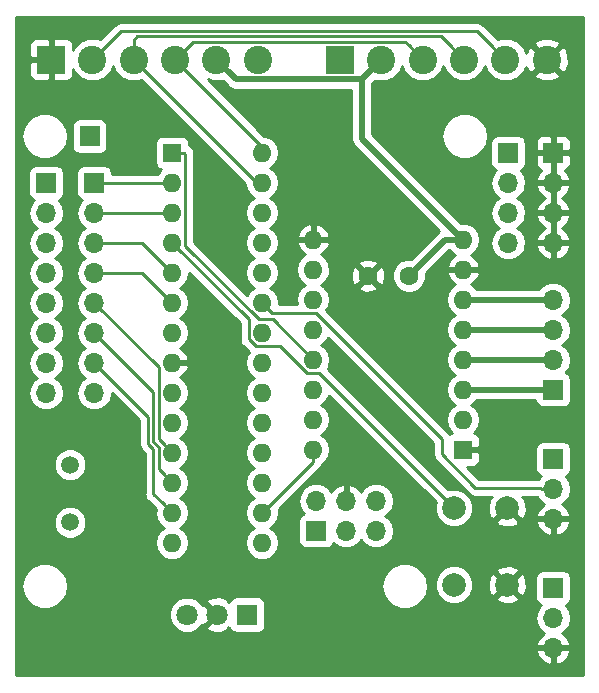
<source format=gbr>
G04 #@! TF.GenerationSoftware,KiCad,Pcbnew,5.0.2-bee76a0~70~ubuntu16.04.1*
G04 #@! TF.CreationDate,2019-03-04T23:23:01-05:00*
G04 #@! TF.ProjectId,Unified,556e6966-6965-4642-9e6b-696361645f70,rev?*
G04 #@! TF.SameCoordinates,Original*
G04 #@! TF.FileFunction,Copper,L2,Bot*
G04 #@! TF.FilePolarity,Positive*
%FSLAX46Y46*%
G04 Gerber Fmt 4.6, Leading zero omitted, Abs format (unit mm)*
G04 Created by KiCad (PCBNEW 5.0.2-bee76a0~70~ubuntu16.04.1) date Mon 04 Mar 2019 11:23:01 PM EST*
%MOMM*%
%LPD*%
G01*
G04 APERTURE LIST*
G04 #@! TA.AperFunction,ComponentPad*
%ADD10R,1.600000X1.600000*%
G04 #@! TD*
G04 #@! TA.AperFunction,ComponentPad*
%ADD11O,1.600000X1.600000*%
G04 #@! TD*
G04 #@! TA.AperFunction,ComponentPad*
%ADD12C,1.600000*%
G04 #@! TD*
G04 #@! TA.AperFunction,ComponentPad*
%ADD13R,1.800000X1.800000*%
G04 #@! TD*
G04 #@! TA.AperFunction,ComponentPad*
%ADD14C,1.800000*%
G04 #@! TD*
G04 #@! TA.AperFunction,ComponentPad*
%ADD15R,2.400000X2.400000*%
G04 #@! TD*
G04 #@! TA.AperFunction,ComponentPad*
%ADD16C,2.400000*%
G04 #@! TD*
G04 #@! TA.AperFunction,ComponentPad*
%ADD17R,1.700000X1.700000*%
G04 #@! TD*
G04 #@! TA.AperFunction,ComponentPad*
%ADD18O,1.700000X1.700000*%
G04 #@! TD*
G04 #@! TA.AperFunction,ComponentPad*
%ADD19C,2.000000*%
G04 #@! TD*
G04 #@! TA.AperFunction,ComponentPad*
%ADD20C,1.500000*%
G04 #@! TD*
G04 #@! TA.AperFunction,Conductor*
%ADD21C,0.500000*%
G04 #@! TD*
G04 #@! TA.AperFunction,Conductor*
%ADD22C,0.250000*%
G04 #@! TD*
G04 #@! TA.AperFunction,Conductor*
%ADD23C,0.254000*%
G04 #@! TD*
G04 APERTURE END LIST*
D10*
G04 #@! TO.P,A1,1*
G04 #@! TO.N,GND*
X116078000Y-94488000D03*
D11*
G04 #@! TO.P,A1,9*
X103378000Y-76708000D03*
G04 #@! TO.P,A1,2*
G04 #@! TO.N,+5V*
X116078000Y-91948000D03*
G04 #@! TO.P,A1,10*
G04 #@! TO.N,Net-(A1-Pad10)*
X103378000Y-79248000D03*
G04 #@! TO.P,A1,3*
G04 #@! TO.N,Net-(A1-Pad3)*
X116078000Y-89408000D03*
G04 #@! TO.P,A1,11*
G04 #@! TO.N,Net-(A1-Pad11)*
X103378000Y-81788000D03*
G04 #@! TO.P,A1,4*
G04 #@! TO.N,Net-(A1-Pad4)*
X116078000Y-86868000D03*
G04 #@! TO.P,A1,12*
G04 #@! TO.N,Net-(A1-Pad12)*
X103378000Y-84328000D03*
G04 #@! TO.P,A1,5*
G04 #@! TO.N,Net-(A1-Pad5)*
X116078000Y-84328000D03*
G04 #@! TO.P,A1,13*
G04 #@! TO.N,/A4988_RESET*
X103378000Y-86868000D03*
G04 #@! TO.P,A1,6*
G04 #@! TO.N,Net-(A1-Pad6)*
X116078000Y-81788000D03*
G04 #@! TO.P,A1,14*
G04 #@! TO.N,/A4988_SLEEP*
X103378000Y-89408000D03*
G04 #@! TO.P,A1,7*
G04 #@! TO.N,GND*
X116078000Y-79248000D03*
G04 #@! TO.P,A1,15*
G04 #@! TO.N,/A4988_STEP*
X103378000Y-91948000D03*
G04 #@! TO.P,A1,8*
G04 #@! TO.N,+12V*
X116078000Y-76708000D03*
G04 #@! TO.P,A1,16*
G04 #@! TO.N,/A4988_DIR*
X103378000Y-94488000D03*
G04 #@! TD*
D12*
G04 #@! TO.P,C4,1*
G04 #@! TO.N,+12V*
X111506000Y-79756000D03*
G04 #@! TO.P,C4,2*
G04 #@! TO.N,GND*
X108006000Y-79756000D03*
G04 #@! TD*
D13*
G04 #@! TO.P,D2,1*
G04 #@! TO.N,Net-(D2-Pad1)*
X97790000Y-108458000D03*
D14*
G04 #@! TO.P,D2,2*
G04 #@! TO.N,GND*
X95250000Y-108458000D03*
G04 #@! TO.P,D2,3*
G04 #@! TO.N,Net-(D2-Pad3)*
X92710000Y-108458000D03*
G04 #@! TD*
D15*
G04 #@! TO.P,J1,1*
G04 #@! TO.N,GND*
X81194000Y-61468000D03*
D16*
G04 #@! TO.P,J1,2*
G04 #@! TO.N,/SPARE_IN*
X84694000Y-61468000D03*
G04 #@! TO.P,J1,3*
G04 #@! TO.N,/SDA*
X88194000Y-61468000D03*
G04 #@! TO.P,J1,4*
G04 #@! TO.N,/SCL*
X91694000Y-61468000D03*
G04 #@! TO.P,J1,5*
G04 #@! TO.N,+12V*
X95194000Y-61468000D03*
G04 #@! TO.P,J1,6*
G04 #@! TO.N,+5V*
X98694000Y-61468000D03*
G04 #@! TD*
G04 #@! TO.P,J2,6*
G04 #@! TO.N,GND*
X123164000Y-61468000D03*
G04 #@! TO.P,J2,5*
G04 #@! TO.N,/SPARE_IN*
X119664000Y-61468000D03*
G04 #@! TO.P,J2,4*
G04 #@! TO.N,/SDA*
X116164000Y-61468000D03*
G04 #@! TO.P,J2,3*
G04 #@! TO.N,/SCL*
X112664000Y-61468000D03*
G04 #@! TO.P,J2,2*
G04 #@! TO.N,+12V*
X109164000Y-61468000D03*
D15*
G04 #@! TO.P,J2,1*
G04 #@! TO.N,+5V*
X105664000Y-61468000D03*
G04 #@! TD*
D17*
G04 #@! TO.P,J3,1*
G04 #@! TO.N,/SPARE_IN*
X84455000Y-67945000D03*
G04 #@! TD*
G04 #@! TO.P,J4,1*
G04 #@! TO.N,/MISO*
X103632000Y-101346000D03*
D18*
G04 #@! TO.P,J4,2*
G04 #@! TO.N,/SCK*
X103632000Y-98806000D03*
G04 #@! TO.P,J4,3*
G04 #@! TO.N,/A4988_RESET*
X106172000Y-101346000D03*
G04 #@! TO.P,J4,4*
G04 #@! TO.N,GND*
X106172000Y-98806000D03*
G04 #@! TO.P,J4,5*
G04 #@! TO.N,/MOSI*
X108712000Y-101346000D03*
G04 #@! TO.P,J4,6*
G04 #@! TO.N,+5V*
X108712000Y-98806000D03*
G04 #@! TD*
G04 #@! TO.P,J5,3*
G04 #@! TO.N,GND*
X123698000Y-111252000D03*
G04 #@! TO.P,J5,2*
G04 #@! TO.N,/SWITCH*
X123698000Y-108712000D03*
D17*
G04 #@! TO.P,J5,1*
G04 #@! TO.N,+5V*
X123698000Y-106172000D03*
G04 #@! TD*
G04 #@! TO.P,J6,1*
G04 #@! TO.N,+5V*
X123698000Y-95250000D03*
D18*
G04 #@! TO.P,J6,2*
G04 #@! TO.N,/HALL_SENSOR*
X123698000Y-97790000D03*
G04 #@! TO.P,J6,3*
G04 #@! TO.N,GND*
X123698000Y-100330000D03*
G04 #@! TD*
D17*
G04 #@! TO.P,J8,1*
G04 #@! TO.N,/SPARE_A*
X84836000Y-71882000D03*
D18*
G04 #@! TO.P,J8,2*
G04 #@! TO.N,/SPARE_B*
X84836000Y-74422000D03*
G04 #@! TO.P,J8,3*
G04 #@! TO.N,/SPARE_C*
X84836000Y-76962000D03*
G04 #@! TO.P,J8,4*
G04 #@! TO.N,/SPARE_D*
X84836000Y-79502000D03*
G04 #@! TO.P,J8,5*
G04 #@! TO.N,/SPARE_E*
X84836000Y-82042000D03*
G04 #@! TO.P,J8,6*
G04 #@! TO.N,/SPARE_F*
X84836000Y-84582000D03*
G04 #@! TO.P,J8,7*
G04 #@! TO.N,/SPARE_G*
X84836000Y-87122000D03*
G04 #@! TO.P,J8,8*
G04 #@! TO.N,/SPARE_AN_A*
X84836000Y-89662000D03*
G04 #@! TD*
D19*
G04 #@! TO.P,SW1,2*
G04 #@! TO.N,GND*
X119816000Y-105918000D03*
G04 #@! TO.P,SW1,1*
G04 #@! TO.N,/SWITCH*
X115316000Y-105918000D03*
G04 #@! TO.P,SW1,2*
G04 #@! TO.N,GND*
X119816000Y-99418000D03*
G04 #@! TO.P,SW1,1*
G04 #@! TO.N,/SWITCH*
X115316000Y-99418000D03*
G04 #@! TD*
D10*
G04 #@! TO.P,U1,1*
G04 #@! TO.N,/A4988_RESET*
X91440000Y-69342000D03*
D11*
G04 #@! TO.P,U1,15*
G04 #@! TO.N,/STATUS_G*
X99060000Y-102362000D03*
G04 #@! TO.P,U1,2*
G04 #@! TO.N,/SPARE_A*
X91440000Y-71882000D03*
G04 #@! TO.P,U1,16*
G04 #@! TO.N,/A4988_DIR*
X99060000Y-99822000D03*
G04 #@! TO.P,U1,3*
G04 #@! TO.N,/SPARE_B*
X91440000Y-74422000D03*
G04 #@! TO.P,U1,17*
G04 #@! TO.N,/MOSI*
X99060000Y-97282000D03*
G04 #@! TO.P,U1,4*
G04 #@! TO.N,/SWITCH*
X91440000Y-76962000D03*
G04 #@! TO.P,U1,18*
G04 #@! TO.N,/MISO*
X99060000Y-94742000D03*
G04 #@! TO.P,U1,5*
G04 #@! TO.N,/SPARE_C*
X91440000Y-79502000D03*
G04 #@! TO.P,U1,19*
G04 #@! TO.N,/SCK*
X99060000Y-92202000D03*
G04 #@! TO.P,U1,6*
G04 #@! TO.N,/SPARE_D*
X91440000Y-82042000D03*
G04 #@! TO.P,U1,20*
G04 #@! TO.N,+5V*
X99060000Y-89662000D03*
G04 #@! TO.P,U1,7*
X91440000Y-84582000D03*
G04 #@! TO.P,U1,21*
G04 #@! TO.N,Net-(U1-Pad21)*
X99060000Y-87122000D03*
G04 #@! TO.P,U1,8*
G04 #@! TO.N,GND*
X91440000Y-87122000D03*
G04 #@! TO.P,U1,22*
X99060000Y-84582000D03*
G04 #@! TO.P,U1,9*
G04 #@! TO.N,/XTAL1*
X91440000Y-89662000D03*
G04 #@! TO.P,U1,23*
G04 #@! TO.N,/HALL_SENSOR*
X99060000Y-82042000D03*
G04 #@! TO.P,U1,10*
G04 #@! TO.N,/XTAL2*
X91440000Y-92202000D03*
G04 #@! TO.P,U1,24*
G04 #@! TO.N,/SPARE_AN_A*
X99060000Y-79502000D03*
G04 #@! TO.P,U1,11*
G04 #@! TO.N,/SPARE_E*
X91440000Y-94742000D03*
G04 #@! TO.P,U1,25*
G04 #@! TO.N,/A4988_STEP*
X99060000Y-76962000D03*
G04 #@! TO.P,U1,12*
G04 #@! TO.N,/SPARE_F*
X91440000Y-97282000D03*
G04 #@! TO.P,U1,26*
G04 #@! TO.N,/A4988_SLEEP*
X99060000Y-74422000D03*
G04 #@! TO.P,U1,13*
G04 #@! TO.N,/SPARE_G*
X91440000Y-99822000D03*
G04 #@! TO.P,U1,27*
G04 #@! TO.N,/SDA*
X99060000Y-71882000D03*
G04 #@! TO.P,U1,14*
G04 #@! TO.N,/STATUS_R*
X91440000Y-102362000D03*
G04 #@! TO.P,U1,28*
G04 #@! TO.N,/SCL*
X99060000Y-69342000D03*
G04 #@! TD*
D20*
G04 #@! TO.P,Y1,1*
G04 #@! TO.N,/XTAL1*
X82804000Y-95758000D03*
G04 #@! TO.P,Y1,2*
G04 #@! TO.N,/XTAL2*
X82804000Y-100638000D03*
G04 #@! TD*
D17*
G04 #@! TO.P,J11,1*
G04 #@! TO.N,Net-(A1-Pad3)*
X123698000Y-89408000D03*
D18*
G04 #@! TO.P,J11,2*
G04 #@! TO.N,Net-(A1-Pad4)*
X123698000Y-86868000D03*
G04 #@! TO.P,J11,3*
G04 #@! TO.N,Net-(A1-Pad5)*
X123698000Y-84328000D03*
G04 #@! TO.P,J11,4*
G04 #@! TO.N,Net-(A1-Pad6)*
X123698000Y-81788000D03*
G04 #@! TD*
D17*
G04 #@! TO.P,J10,1*
G04 #@! TO.N,/SPARE_A*
X80772000Y-71882000D03*
D18*
G04 #@! TO.P,J10,2*
G04 #@! TO.N,/SPARE_B*
X80772000Y-74422000D03*
G04 #@! TO.P,J10,3*
G04 #@! TO.N,/SPARE_C*
X80772000Y-76962000D03*
G04 #@! TO.P,J10,4*
G04 #@! TO.N,/SPARE_D*
X80772000Y-79502000D03*
G04 #@! TO.P,J10,5*
G04 #@! TO.N,/SPARE_E*
X80772000Y-82042000D03*
G04 #@! TO.P,J10,6*
G04 #@! TO.N,/SPARE_F*
X80772000Y-84582000D03*
G04 #@! TO.P,J10,7*
G04 #@! TO.N,/SPARE_G*
X80772000Y-87122000D03*
G04 #@! TO.P,J10,8*
G04 #@! TO.N,/SPARE_AN_A*
X80772000Y-89662000D03*
G04 #@! TD*
D17*
G04 #@! TO.P,J7,1*
G04 #@! TO.N,+5V*
X119888000Y-69342000D03*
D18*
G04 #@! TO.P,J7,2*
X119888000Y-71882000D03*
G04 #@! TO.P,J7,3*
X119888000Y-74422000D03*
G04 #@! TO.P,J7,4*
X119888000Y-76962000D03*
G04 #@! TD*
D17*
G04 #@! TO.P,J9,1*
G04 #@! TO.N,GND*
X123698000Y-69342000D03*
D18*
G04 #@! TO.P,J9,2*
X123698000Y-71882000D03*
G04 #@! TO.P,J9,3*
X123698000Y-74422000D03*
G04 #@! TO.P,J9,4*
X123698000Y-76962000D03*
G04 #@! TD*
D21*
G04 #@! TO.N,Net-(A1-Pad3)*
X117209370Y-89408000D02*
X123698000Y-89408000D01*
X116078000Y-89408000D02*
X117209370Y-89408000D01*
G04 #@! TO.N,Net-(A1-Pad4)*
X122495919Y-86868000D02*
X116078000Y-86868000D01*
X123698000Y-86868000D02*
X122495919Y-86868000D01*
G04 #@! TO.N,Net-(A1-Pad5)*
X116078000Y-84328000D02*
X123698000Y-84328000D01*
D22*
G04 #@! TO.N,/A4988_RESET*
X92490000Y-69342000D02*
X91440000Y-69342000D01*
X92565001Y-77212003D02*
X92565001Y-69417001D01*
X92565001Y-69417001D02*
X92490000Y-69342000D01*
X98809997Y-83456999D02*
X92565001Y-77212003D01*
X99966999Y-83456999D02*
X98809997Y-83456999D01*
X103378000Y-86868000D02*
X99966999Y-83456999D01*
D21*
G04 #@! TO.N,Net-(A1-Pad6)*
X123698000Y-81788000D02*
X116078000Y-81788000D01*
G04 #@! TO.N,+12V*
X114554000Y-76708000D02*
X111506000Y-79756000D01*
X116078000Y-76708000D02*
X114554000Y-76708000D01*
X96844001Y-63118001D02*
X96393999Y-62667999D01*
X96393999Y-62667999D02*
X95194000Y-61468000D01*
X107513999Y-63118001D02*
X96844001Y-63118001D01*
X109164000Y-61468000D02*
X107513999Y-63118001D01*
X107513999Y-68143999D02*
X116078000Y-76708000D01*
X107513999Y-63118001D02*
X107513999Y-68143999D01*
D22*
G04 #@! TO.N,/A4988_DIR*
X103378000Y-95504000D02*
X103378000Y-94488000D01*
X99060000Y-99822000D02*
X103378000Y-95504000D01*
G04 #@! TO.N,/SPARE_IN*
X117238980Y-59042980D02*
X118464001Y-60268001D01*
X87119020Y-59042980D02*
X117238980Y-59042980D01*
X118464001Y-60268001D02*
X119664000Y-61468000D01*
X84694000Y-61468000D02*
X87119020Y-59042980D01*
G04 #@! TO.N,/SCL*
X111464001Y-60268001D02*
X112664000Y-61468000D01*
X111138999Y-59942999D02*
X111464001Y-60268001D01*
X93219001Y-59942999D02*
X111138999Y-59942999D01*
X91694000Y-61468000D02*
X93219001Y-59942999D01*
X99060000Y-68834000D02*
X99060000Y-69342000D01*
X91694000Y-61468000D02*
X99060000Y-68834000D01*
G04 #@! TO.N,/SDA*
X114188989Y-59492989D02*
X114964001Y-60268001D01*
X88471955Y-59492989D02*
X114188989Y-59492989D01*
X114964001Y-60268001D02*
X116164000Y-61468000D01*
X88194000Y-59770944D02*
X88471955Y-59492989D01*
X88194000Y-61468000D02*
X88194000Y-59770944D01*
X98608000Y-71882000D02*
X99060000Y-71882000D01*
X88194000Y-61468000D02*
X98608000Y-71882000D01*
G04 #@! TO.N,/SWITCH*
X103891001Y-87993001D02*
X114316001Y-98418001D01*
X100551999Y-85707001D02*
X102837999Y-87993001D01*
X97934999Y-85122001D02*
X98519999Y-85707001D01*
X98519999Y-85707001D02*
X100551999Y-85707001D01*
X97934999Y-83456999D02*
X97934999Y-85122001D01*
X114316001Y-98418001D02*
X115316000Y-99418000D01*
X102837999Y-87993001D02*
X103891001Y-87993001D01*
X91440000Y-76962000D02*
X97934999Y-83456999D01*
G04 #@! TO.N,/HALL_SENSOR*
X103628003Y-82913001D02*
X114300000Y-93584998D01*
X99931001Y-82913001D02*
X103628003Y-82913001D01*
X99060000Y-82042000D02*
X99931001Y-82913001D01*
X122703185Y-97790000D02*
X123698000Y-97790000D01*
X117127988Y-97722990D02*
X122636175Y-97722990D01*
X122636175Y-97722990D02*
X122703185Y-97790000D01*
X114300000Y-94895002D02*
X117127988Y-97722990D01*
X114300000Y-93584998D02*
X114300000Y-94895002D01*
G04 #@! TO.N,/SPARE_A*
X84836000Y-71882000D02*
X91440000Y-71882000D01*
G04 #@! TO.N,/SPARE_B*
X86038081Y-74422000D02*
X91440000Y-74422000D01*
X84836000Y-74422000D02*
X86038081Y-74422000D01*
G04 #@! TO.N,/SPARE_C*
X88900000Y-76962000D02*
X91440000Y-79502000D01*
X84836000Y-76962000D02*
X88900000Y-76962000D01*
G04 #@! TO.N,/SPARE_D*
X88900000Y-79502000D02*
X91440000Y-82042000D01*
X84836000Y-79502000D02*
X88900000Y-79502000D01*
G04 #@! TO.N,/SPARE_E*
X90314999Y-93616999D02*
X90640001Y-93942001D01*
X90314999Y-87520999D02*
X90314999Y-93616999D01*
X84836000Y-82042000D02*
X90314999Y-87520999D01*
X90640001Y-93942001D02*
X91440000Y-94742000D01*
G04 #@! TO.N,/SPARE_F*
X84836000Y-84582000D02*
X89864988Y-89610988D01*
X90640001Y-96482001D02*
X91440000Y-97282000D01*
X90314999Y-94253409D02*
X90314999Y-96156999D01*
X89864988Y-93803399D02*
X90314999Y-94253409D01*
X89864988Y-89610988D02*
X89864988Y-93803399D01*
X90314999Y-96156999D02*
X90640001Y-96482001D01*
G04 #@! TO.N,/SPARE_G*
X84836000Y-87122000D02*
X89414977Y-91700977D01*
X89414977Y-91700977D02*
X89414977Y-93989799D01*
X89864988Y-94439810D02*
X89864988Y-98246988D01*
X90640001Y-99022001D02*
X91440000Y-99822000D01*
X89864988Y-98246988D02*
X90640001Y-99022001D01*
X89414977Y-93989799D02*
X89864988Y-94439810D01*
G04 #@! TD*
D23*
G04 #@! TO.N,GND*
G36*
X126265000Y-113565000D02*
X78205000Y-113565000D01*
X78205000Y-111608890D01*
X122256524Y-111608890D01*
X122426355Y-112018924D01*
X122816642Y-112447183D01*
X123341108Y-112693486D01*
X123571000Y-112572819D01*
X123571000Y-111379000D01*
X123825000Y-111379000D01*
X123825000Y-112572819D01*
X124054892Y-112693486D01*
X124579358Y-112447183D01*
X124969645Y-112018924D01*
X125139476Y-111608890D01*
X125018155Y-111379000D01*
X123825000Y-111379000D01*
X123571000Y-111379000D01*
X122377845Y-111379000D01*
X122256524Y-111608890D01*
X78205000Y-111608890D01*
X78205000Y-108152670D01*
X91175000Y-108152670D01*
X91175000Y-108763330D01*
X91408690Y-109327507D01*
X91840493Y-109759310D01*
X92404670Y-109993000D01*
X93015330Y-109993000D01*
X93579507Y-109759310D01*
X94011310Y-109327507D01*
X94019438Y-109307885D01*
X94169841Y-109358554D01*
X95070395Y-108458000D01*
X94169841Y-107557446D01*
X94019438Y-107608115D01*
X94011310Y-107588493D01*
X93800658Y-107377841D01*
X94349446Y-107377841D01*
X95250000Y-108278395D01*
X95264143Y-108264253D01*
X95443748Y-108443858D01*
X95429605Y-108458000D01*
X95443748Y-108472143D01*
X95264143Y-108651748D01*
X95250000Y-108637605D01*
X94349446Y-109538159D01*
X94435852Y-109794643D01*
X95009336Y-110004458D01*
X95619460Y-109978839D01*
X96064148Y-109794643D01*
X96150553Y-109538161D01*
X96265110Y-109652718D01*
X96299942Y-109617886D01*
X96432191Y-109815809D01*
X96642235Y-109956157D01*
X96890000Y-110005440D01*
X98690000Y-110005440D01*
X98937765Y-109956157D01*
X99147809Y-109815809D01*
X99288157Y-109605765D01*
X99337440Y-109358000D01*
X99337440Y-108712000D01*
X122183908Y-108712000D01*
X122299161Y-109291418D01*
X122627375Y-109782625D01*
X122946478Y-109995843D01*
X122816642Y-110056817D01*
X122426355Y-110485076D01*
X122256524Y-110895110D01*
X122377845Y-111125000D01*
X123571000Y-111125000D01*
X123571000Y-111105000D01*
X123825000Y-111105000D01*
X123825000Y-111125000D01*
X125018155Y-111125000D01*
X125139476Y-110895110D01*
X124969645Y-110485076D01*
X124579358Y-110056817D01*
X124449522Y-109995843D01*
X124768625Y-109782625D01*
X125096839Y-109291418D01*
X125212092Y-108712000D01*
X125096839Y-108132582D01*
X124768625Y-107641375D01*
X124750381Y-107629184D01*
X124795765Y-107620157D01*
X125005809Y-107479809D01*
X125146157Y-107269765D01*
X125195440Y-107022000D01*
X125195440Y-105322000D01*
X125146157Y-105074235D01*
X125005809Y-104864191D01*
X124795765Y-104723843D01*
X124548000Y-104674560D01*
X122848000Y-104674560D01*
X122600235Y-104723843D01*
X122390191Y-104864191D01*
X122249843Y-105074235D01*
X122200560Y-105322000D01*
X122200560Y-107022000D01*
X122249843Y-107269765D01*
X122390191Y-107479809D01*
X122600235Y-107620157D01*
X122645619Y-107629184D01*
X122627375Y-107641375D01*
X122299161Y-108132582D01*
X122183908Y-108712000D01*
X99337440Y-108712000D01*
X99337440Y-107558000D01*
X99288157Y-107310235D01*
X99147809Y-107100191D01*
X98937765Y-106959843D01*
X98690000Y-106910560D01*
X96890000Y-106910560D01*
X96642235Y-106959843D01*
X96432191Y-107100191D01*
X96299942Y-107298114D01*
X96265110Y-107263282D01*
X96150553Y-107377839D01*
X96064148Y-107121357D01*
X95490664Y-106911542D01*
X94880540Y-106937161D01*
X94435852Y-107121357D01*
X94349446Y-107377841D01*
X93800658Y-107377841D01*
X93579507Y-107156690D01*
X93015330Y-106923000D01*
X92404670Y-106923000D01*
X91840493Y-107156690D01*
X91408690Y-107588493D01*
X91175000Y-108152670D01*
X78205000Y-108152670D01*
X78205000Y-106045000D01*
X78670000Y-106045000D01*
X78789107Y-106720490D01*
X79132062Y-107314506D01*
X79657500Y-107755400D01*
X80302045Y-107989995D01*
X80987955Y-107989995D01*
X81632500Y-107755400D01*
X82157938Y-107314506D01*
X82500893Y-106720490D01*
X82620000Y-106045000D01*
X109150000Y-106045000D01*
X109269107Y-106720490D01*
X109612062Y-107314506D01*
X110137500Y-107755400D01*
X110782045Y-107989995D01*
X111467955Y-107989995D01*
X112112500Y-107755400D01*
X112637938Y-107314506D01*
X112980893Y-106720490D01*
X113100000Y-106045000D01*
X113020262Y-105592778D01*
X113681000Y-105592778D01*
X113681000Y-106243222D01*
X113929914Y-106844153D01*
X114389847Y-107304086D01*
X114990778Y-107553000D01*
X115641222Y-107553000D01*
X116242153Y-107304086D01*
X116475707Y-107070532D01*
X118843073Y-107070532D01*
X118941736Y-107337387D01*
X119551461Y-107563908D01*
X120201460Y-107539856D01*
X120690264Y-107337387D01*
X120788927Y-107070532D01*
X119816000Y-106097605D01*
X118843073Y-107070532D01*
X116475707Y-107070532D01*
X116702086Y-106844153D01*
X116951000Y-106243222D01*
X116951000Y-105653461D01*
X118170092Y-105653461D01*
X118194144Y-106303460D01*
X118396613Y-106792264D01*
X118663468Y-106890927D01*
X119636395Y-105918000D01*
X119995605Y-105918000D01*
X120968532Y-106890927D01*
X121235387Y-106792264D01*
X121461908Y-106182539D01*
X121437856Y-105532540D01*
X121235387Y-105043736D01*
X120968532Y-104945073D01*
X119995605Y-105918000D01*
X119636395Y-105918000D01*
X118663468Y-104945073D01*
X118396613Y-105043736D01*
X118170092Y-105653461D01*
X116951000Y-105653461D01*
X116951000Y-105592778D01*
X116702086Y-104991847D01*
X116475707Y-104765468D01*
X118843073Y-104765468D01*
X119816000Y-105738395D01*
X120788927Y-104765468D01*
X120690264Y-104498613D01*
X120080539Y-104272092D01*
X119430540Y-104296144D01*
X118941736Y-104498613D01*
X118843073Y-104765468D01*
X116475707Y-104765468D01*
X116242153Y-104531914D01*
X115641222Y-104283000D01*
X114990778Y-104283000D01*
X114389847Y-104531914D01*
X113929914Y-104991847D01*
X113681000Y-105592778D01*
X113020262Y-105592778D01*
X112980893Y-105369510D01*
X112637938Y-104775494D01*
X112112500Y-104334600D01*
X111467955Y-104100005D01*
X110782045Y-104100005D01*
X110137500Y-104334600D01*
X109612062Y-104775494D01*
X109269107Y-105369510D01*
X109150000Y-106045000D01*
X82620000Y-106045000D01*
X82500893Y-105369510D01*
X82157938Y-104775494D01*
X81632500Y-104334600D01*
X80987955Y-104100005D01*
X80302045Y-104100005D01*
X79657500Y-104334600D01*
X79132062Y-104775494D01*
X78789107Y-105369510D01*
X78670000Y-106045000D01*
X78205000Y-106045000D01*
X78205000Y-100362506D01*
X81419000Y-100362506D01*
X81419000Y-100913494D01*
X81629853Y-101422540D01*
X82019460Y-101812147D01*
X82528506Y-102023000D01*
X83079494Y-102023000D01*
X83588540Y-101812147D01*
X83978147Y-101422540D01*
X84189000Y-100913494D01*
X84189000Y-100362506D01*
X83978147Y-99853460D01*
X83588540Y-99463853D01*
X83079494Y-99253000D01*
X82528506Y-99253000D01*
X82019460Y-99463853D01*
X81629853Y-99853460D01*
X81419000Y-100362506D01*
X78205000Y-100362506D01*
X78205000Y-95482506D01*
X81419000Y-95482506D01*
X81419000Y-96033494D01*
X81629853Y-96542540D01*
X82019460Y-96932147D01*
X82528506Y-97143000D01*
X83079494Y-97143000D01*
X83588540Y-96932147D01*
X83978147Y-96542540D01*
X84189000Y-96033494D01*
X84189000Y-95482506D01*
X83978147Y-94973460D01*
X83588540Y-94583853D01*
X83079494Y-94373000D01*
X82528506Y-94373000D01*
X82019460Y-94583853D01*
X81629853Y-94973460D01*
X81419000Y-95482506D01*
X78205000Y-95482506D01*
X78205000Y-74422000D01*
X79257908Y-74422000D01*
X79373161Y-75001418D01*
X79701375Y-75492625D01*
X79999761Y-75692000D01*
X79701375Y-75891375D01*
X79373161Y-76382582D01*
X79257908Y-76962000D01*
X79373161Y-77541418D01*
X79701375Y-78032625D01*
X79999761Y-78232000D01*
X79701375Y-78431375D01*
X79373161Y-78922582D01*
X79257908Y-79502000D01*
X79373161Y-80081418D01*
X79701375Y-80572625D01*
X79999761Y-80772000D01*
X79701375Y-80971375D01*
X79373161Y-81462582D01*
X79257908Y-82042000D01*
X79373161Y-82621418D01*
X79701375Y-83112625D01*
X79999761Y-83312000D01*
X79701375Y-83511375D01*
X79373161Y-84002582D01*
X79257908Y-84582000D01*
X79373161Y-85161418D01*
X79701375Y-85652625D01*
X79999761Y-85852000D01*
X79701375Y-86051375D01*
X79373161Y-86542582D01*
X79257908Y-87122000D01*
X79373161Y-87701418D01*
X79701375Y-88192625D01*
X79999761Y-88392000D01*
X79701375Y-88591375D01*
X79373161Y-89082582D01*
X79257908Y-89662000D01*
X79373161Y-90241418D01*
X79701375Y-90732625D01*
X80192582Y-91060839D01*
X80625744Y-91147000D01*
X80918256Y-91147000D01*
X81351418Y-91060839D01*
X81842625Y-90732625D01*
X82170839Y-90241418D01*
X82286092Y-89662000D01*
X82170839Y-89082582D01*
X81842625Y-88591375D01*
X81544239Y-88392000D01*
X81842625Y-88192625D01*
X82170839Y-87701418D01*
X82286092Y-87122000D01*
X82170839Y-86542582D01*
X81842625Y-86051375D01*
X81544239Y-85852000D01*
X81842625Y-85652625D01*
X82170839Y-85161418D01*
X82286092Y-84582000D01*
X82170839Y-84002582D01*
X81842625Y-83511375D01*
X81544239Y-83312000D01*
X81842625Y-83112625D01*
X82170839Y-82621418D01*
X82286092Y-82042000D01*
X82170839Y-81462582D01*
X81842625Y-80971375D01*
X81544239Y-80772000D01*
X81842625Y-80572625D01*
X82170839Y-80081418D01*
X82286092Y-79502000D01*
X82170839Y-78922582D01*
X81842625Y-78431375D01*
X81544239Y-78232000D01*
X81842625Y-78032625D01*
X82170839Y-77541418D01*
X82286092Y-76962000D01*
X82170839Y-76382582D01*
X81842625Y-75891375D01*
X81544239Y-75692000D01*
X81842625Y-75492625D01*
X82170839Y-75001418D01*
X82286092Y-74422000D01*
X82170839Y-73842582D01*
X81842625Y-73351375D01*
X81824381Y-73339184D01*
X81869765Y-73330157D01*
X82079809Y-73189809D01*
X82220157Y-72979765D01*
X82269440Y-72732000D01*
X82269440Y-71032000D01*
X82220157Y-70784235D01*
X82079809Y-70574191D01*
X81869765Y-70433843D01*
X81622000Y-70384560D01*
X79922000Y-70384560D01*
X79674235Y-70433843D01*
X79464191Y-70574191D01*
X79323843Y-70784235D01*
X79274560Y-71032000D01*
X79274560Y-72732000D01*
X79323843Y-72979765D01*
X79464191Y-73189809D01*
X79674235Y-73330157D01*
X79719619Y-73339184D01*
X79701375Y-73351375D01*
X79373161Y-73842582D01*
X79257908Y-74422000D01*
X78205000Y-74422000D01*
X78205000Y-67945000D01*
X78670000Y-67945000D01*
X78789107Y-68620490D01*
X79132062Y-69214506D01*
X79657500Y-69655400D01*
X80302045Y-69889995D01*
X80987955Y-69889995D01*
X81632500Y-69655400D01*
X82157938Y-69214506D01*
X82500893Y-68620490D01*
X82620000Y-67945000D01*
X82500893Y-67269510D01*
X82400140Y-67095000D01*
X82957560Y-67095000D01*
X82957560Y-68795000D01*
X83006843Y-69042765D01*
X83147191Y-69252809D01*
X83357235Y-69393157D01*
X83605000Y-69442440D01*
X85305000Y-69442440D01*
X85552765Y-69393157D01*
X85762809Y-69252809D01*
X85903157Y-69042765D01*
X85952440Y-68795000D01*
X85952440Y-67095000D01*
X85903157Y-66847235D01*
X85762809Y-66637191D01*
X85552765Y-66496843D01*
X85305000Y-66447560D01*
X83605000Y-66447560D01*
X83357235Y-66496843D01*
X83147191Y-66637191D01*
X83006843Y-66847235D01*
X82957560Y-67095000D01*
X82400140Y-67095000D01*
X82157938Y-66675494D01*
X81632500Y-66234600D01*
X80987955Y-66000005D01*
X80302045Y-66000005D01*
X79657500Y-66234600D01*
X79132062Y-66675494D01*
X78789107Y-67269510D01*
X78670000Y-67945000D01*
X78205000Y-67945000D01*
X78205000Y-61753750D01*
X79359000Y-61753750D01*
X79359000Y-62794310D01*
X79455673Y-63027699D01*
X79634302Y-63206327D01*
X79867691Y-63303000D01*
X80908250Y-63303000D01*
X81067000Y-63144250D01*
X81067000Y-61595000D01*
X79517750Y-61595000D01*
X79359000Y-61753750D01*
X78205000Y-61753750D01*
X78205000Y-60141690D01*
X79359000Y-60141690D01*
X79359000Y-61182250D01*
X79517750Y-61341000D01*
X81067000Y-61341000D01*
X81067000Y-59791750D01*
X81321000Y-59791750D01*
X81321000Y-61341000D01*
X81341000Y-61341000D01*
X81341000Y-61595000D01*
X81321000Y-61595000D01*
X81321000Y-63144250D01*
X81479750Y-63303000D01*
X82520309Y-63303000D01*
X82753698Y-63206327D01*
X82932327Y-63027699D01*
X83029000Y-62794310D01*
X83029000Y-62243421D01*
X83138362Y-62507444D01*
X83654556Y-63023638D01*
X84328996Y-63303000D01*
X85059004Y-63303000D01*
X85733444Y-63023638D01*
X86249638Y-62507444D01*
X86444000Y-62038212D01*
X86638362Y-62507444D01*
X87154556Y-63023638D01*
X87828996Y-63303000D01*
X88559004Y-63303000D01*
X88838449Y-63187250D01*
X97612701Y-71961503D01*
X97708260Y-72441909D01*
X98025423Y-72916577D01*
X98377758Y-73152000D01*
X98025423Y-73387423D01*
X97708260Y-73862091D01*
X97596887Y-74422000D01*
X97708260Y-74981909D01*
X98025423Y-75456577D01*
X98377758Y-75692000D01*
X98025423Y-75927423D01*
X97708260Y-76402091D01*
X97596887Y-76962000D01*
X97708260Y-77521909D01*
X98025423Y-77996577D01*
X98377758Y-78232000D01*
X98025423Y-78467423D01*
X97708260Y-78942091D01*
X97596887Y-79502000D01*
X97708260Y-80061909D01*
X98025423Y-80536577D01*
X98377758Y-80772000D01*
X98025423Y-81007423D01*
X97789022Y-81361222D01*
X93325001Y-76897202D01*
X93325001Y-69491847D01*
X93339889Y-69417000D01*
X93325001Y-69342153D01*
X93325001Y-69342149D01*
X93280905Y-69120464D01*
X93112930Y-68869072D01*
X93067970Y-68839031D01*
X93037929Y-68794071D01*
X92887440Y-68693517D01*
X92887440Y-68542000D01*
X92838157Y-68294235D01*
X92697809Y-68084191D01*
X92487765Y-67943843D01*
X92240000Y-67894560D01*
X90640000Y-67894560D01*
X90392235Y-67943843D01*
X90182191Y-68084191D01*
X90041843Y-68294235D01*
X89992560Y-68542000D01*
X89992560Y-70142000D01*
X90041843Y-70389765D01*
X90182191Y-70599809D01*
X90392235Y-70740157D01*
X90526106Y-70766785D01*
X90405423Y-70847423D01*
X90221957Y-71122000D01*
X86333440Y-71122000D01*
X86333440Y-71032000D01*
X86284157Y-70784235D01*
X86143809Y-70574191D01*
X85933765Y-70433843D01*
X85686000Y-70384560D01*
X83986000Y-70384560D01*
X83738235Y-70433843D01*
X83528191Y-70574191D01*
X83387843Y-70784235D01*
X83338560Y-71032000D01*
X83338560Y-72732000D01*
X83387843Y-72979765D01*
X83528191Y-73189809D01*
X83738235Y-73330157D01*
X83783619Y-73339184D01*
X83765375Y-73351375D01*
X83437161Y-73842582D01*
X83321908Y-74422000D01*
X83437161Y-75001418D01*
X83765375Y-75492625D01*
X84063761Y-75692000D01*
X83765375Y-75891375D01*
X83437161Y-76382582D01*
X83321908Y-76962000D01*
X83437161Y-77541418D01*
X83765375Y-78032625D01*
X84063761Y-78232000D01*
X83765375Y-78431375D01*
X83437161Y-78922582D01*
X83321908Y-79502000D01*
X83437161Y-80081418D01*
X83765375Y-80572625D01*
X84063761Y-80772000D01*
X83765375Y-80971375D01*
X83437161Y-81462582D01*
X83321908Y-82042000D01*
X83437161Y-82621418D01*
X83765375Y-83112625D01*
X84063761Y-83312000D01*
X83765375Y-83511375D01*
X83437161Y-84002582D01*
X83321908Y-84582000D01*
X83437161Y-85161418D01*
X83765375Y-85652625D01*
X84063761Y-85852000D01*
X83765375Y-86051375D01*
X83437161Y-86542582D01*
X83321908Y-87122000D01*
X83437161Y-87701418D01*
X83765375Y-88192625D01*
X84063761Y-88392000D01*
X83765375Y-88591375D01*
X83437161Y-89082582D01*
X83321908Y-89662000D01*
X83437161Y-90241418D01*
X83765375Y-90732625D01*
X84256582Y-91060839D01*
X84689744Y-91147000D01*
X84982256Y-91147000D01*
X85415418Y-91060839D01*
X85906625Y-90732625D01*
X86234839Y-90241418D01*
X86341980Y-89702782D01*
X88654977Y-92015780D01*
X88654978Y-93914947D01*
X88640089Y-93989799D01*
X88699074Y-94286336D01*
X88805399Y-94445462D01*
X88867049Y-94537728D01*
X88930505Y-94580128D01*
X89104988Y-94754611D01*
X89104989Y-98172136D01*
X89090100Y-98246988D01*
X89104989Y-98321840D01*
X89141602Y-98505904D01*
X89149085Y-98543525D01*
X89263352Y-98714537D01*
X89317060Y-98794917D01*
X89380516Y-98837317D01*
X90041312Y-99498114D01*
X89976887Y-99822000D01*
X90088260Y-100381909D01*
X90405423Y-100856577D01*
X90757758Y-101092000D01*
X90405423Y-101327423D01*
X90088260Y-101802091D01*
X89976887Y-102362000D01*
X90088260Y-102921909D01*
X90405423Y-103396577D01*
X90880091Y-103713740D01*
X91298667Y-103797000D01*
X91581333Y-103797000D01*
X91999909Y-103713740D01*
X92474577Y-103396577D01*
X92791740Y-102921909D01*
X92903113Y-102362000D01*
X92791740Y-101802091D01*
X92474577Y-101327423D01*
X92122242Y-101092000D01*
X92474577Y-100856577D01*
X92791740Y-100381909D01*
X92903113Y-99822000D01*
X92791740Y-99262091D01*
X92474577Y-98787423D01*
X92122242Y-98552000D01*
X92474577Y-98316577D01*
X92791740Y-97841909D01*
X92903113Y-97282000D01*
X92791740Y-96722091D01*
X92474577Y-96247423D01*
X92122242Y-96012000D01*
X92474577Y-95776577D01*
X92791740Y-95301909D01*
X92903113Y-94742000D01*
X92791740Y-94182091D01*
X92474577Y-93707423D01*
X92122242Y-93472000D01*
X92474577Y-93236577D01*
X92791740Y-92761909D01*
X92903113Y-92202000D01*
X92791740Y-91642091D01*
X92474577Y-91167423D01*
X92122242Y-90932000D01*
X92474577Y-90696577D01*
X92791740Y-90221909D01*
X92903113Y-89662000D01*
X92791740Y-89102091D01*
X92474577Y-88627423D01*
X92090892Y-88371053D01*
X92295134Y-88274389D01*
X92671041Y-87859423D01*
X92831904Y-87471039D01*
X92709915Y-87249000D01*
X91567000Y-87249000D01*
X91567000Y-87269000D01*
X91313000Y-87269000D01*
X91313000Y-87249000D01*
X91293000Y-87249000D01*
X91293000Y-86995000D01*
X91313000Y-86995000D01*
X91313000Y-86975000D01*
X91567000Y-86975000D01*
X91567000Y-86995000D01*
X92709915Y-86995000D01*
X92831904Y-86772961D01*
X92671041Y-86384577D01*
X92295134Y-85969611D01*
X92090892Y-85872947D01*
X92474577Y-85616577D01*
X92791740Y-85141909D01*
X92903113Y-84582000D01*
X92791740Y-84022091D01*
X92474577Y-83547423D01*
X92122242Y-83312000D01*
X92474577Y-83076577D01*
X92791740Y-82601909D01*
X92903113Y-82042000D01*
X92791740Y-81482091D01*
X92474577Y-81007423D01*
X92122242Y-80772000D01*
X92474577Y-80536577D01*
X92791740Y-80061909D01*
X92903113Y-79502000D01*
X92902595Y-79499396D01*
X97174999Y-83771801D01*
X97175000Y-85047150D01*
X97160111Y-85122001D01*
X97175000Y-85196853D01*
X97219096Y-85418538D01*
X97387071Y-85669930D01*
X97450527Y-85712330D01*
X97929669Y-86191473D01*
X97942784Y-86211101D01*
X97708260Y-86562091D01*
X97596887Y-87122000D01*
X97708260Y-87681909D01*
X98025423Y-88156577D01*
X98377758Y-88392000D01*
X98025423Y-88627423D01*
X97708260Y-89102091D01*
X97596887Y-89662000D01*
X97708260Y-90221909D01*
X98025423Y-90696577D01*
X98377758Y-90932000D01*
X98025423Y-91167423D01*
X97708260Y-91642091D01*
X97596887Y-92202000D01*
X97708260Y-92761909D01*
X98025423Y-93236577D01*
X98377758Y-93472000D01*
X98025423Y-93707423D01*
X97708260Y-94182091D01*
X97596887Y-94742000D01*
X97708260Y-95301909D01*
X98025423Y-95776577D01*
X98377758Y-96012000D01*
X98025423Y-96247423D01*
X97708260Y-96722091D01*
X97596887Y-97282000D01*
X97708260Y-97841909D01*
X98025423Y-98316577D01*
X98377758Y-98552000D01*
X98025423Y-98787423D01*
X97708260Y-99262091D01*
X97596887Y-99822000D01*
X97708260Y-100381909D01*
X98025423Y-100856577D01*
X98377758Y-101092000D01*
X98025423Y-101327423D01*
X97708260Y-101802091D01*
X97596887Y-102362000D01*
X97708260Y-102921909D01*
X98025423Y-103396577D01*
X98500091Y-103713740D01*
X98918667Y-103797000D01*
X99201333Y-103797000D01*
X99619909Y-103713740D01*
X100094577Y-103396577D01*
X100411740Y-102921909D01*
X100523113Y-102362000D01*
X100411740Y-101802091D01*
X100094577Y-101327423D01*
X99742242Y-101092000D01*
X100094577Y-100856577D01*
X100411740Y-100381909D01*
X100523113Y-99822000D01*
X100458688Y-99498113D01*
X101150801Y-98806000D01*
X102117908Y-98806000D01*
X102233161Y-99385418D01*
X102561375Y-99876625D01*
X102579619Y-99888816D01*
X102534235Y-99897843D01*
X102324191Y-100038191D01*
X102183843Y-100248235D01*
X102134560Y-100496000D01*
X102134560Y-102196000D01*
X102183843Y-102443765D01*
X102324191Y-102653809D01*
X102534235Y-102794157D01*
X102782000Y-102843440D01*
X104482000Y-102843440D01*
X104729765Y-102794157D01*
X104939809Y-102653809D01*
X105080157Y-102443765D01*
X105089184Y-102398381D01*
X105101375Y-102416625D01*
X105592582Y-102744839D01*
X106025744Y-102831000D01*
X106318256Y-102831000D01*
X106751418Y-102744839D01*
X107242625Y-102416625D01*
X107442000Y-102118239D01*
X107641375Y-102416625D01*
X108132582Y-102744839D01*
X108565744Y-102831000D01*
X108858256Y-102831000D01*
X109291418Y-102744839D01*
X109782625Y-102416625D01*
X110110839Y-101925418D01*
X110226092Y-101346000D01*
X110110839Y-100766582D01*
X109782625Y-100275375D01*
X109484239Y-100076000D01*
X109782625Y-99876625D01*
X110110839Y-99385418D01*
X110226092Y-98806000D01*
X110110839Y-98226582D01*
X109782625Y-97735375D01*
X109291418Y-97407161D01*
X108858256Y-97321000D01*
X108565744Y-97321000D01*
X108132582Y-97407161D01*
X107641375Y-97735375D01*
X107428157Y-98054478D01*
X107367183Y-97924642D01*
X106938924Y-97534355D01*
X106528890Y-97364524D01*
X106299000Y-97485845D01*
X106299000Y-98679000D01*
X106319000Y-98679000D01*
X106319000Y-98933000D01*
X106299000Y-98933000D01*
X106299000Y-98953000D01*
X106045000Y-98953000D01*
X106045000Y-98933000D01*
X106025000Y-98933000D01*
X106025000Y-98679000D01*
X106045000Y-98679000D01*
X106045000Y-97485845D01*
X105815110Y-97364524D01*
X105405076Y-97534355D01*
X104976817Y-97924642D01*
X104915843Y-98054478D01*
X104702625Y-97735375D01*
X104211418Y-97407161D01*
X103778256Y-97321000D01*
X103485744Y-97321000D01*
X103052582Y-97407161D01*
X102561375Y-97735375D01*
X102233161Y-98226582D01*
X102117908Y-98806000D01*
X101150801Y-98806000D01*
X103862473Y-96094329D01*
X103925929Y-96051929D01*
X104093904Y-95800537D01*
X104108822Y-95725540D01*
X104412577Y-95522577D01*
X104729740Y-95047909D01*
X104841113Y-94488000D01*
X104729740Y-93928091D01*
X104412577Y-93453423D01*
X104060242Y-93218000D01*
X104412577Y-92982577D01*
X104729740Y-92507909D01*
X104841113Y-91948000D01*
X104729740Y-91388091D01*
X104412577Y-90913423D01*
X104060242Y-90678000D01*
X104412577Y-90442577D01*
X104729740Y-89967909D01*
X104739922Y-89916723D01*
X113749823Y-98926626D01*
X113681000Y-99092778D01*
X113681000Y-99743222D01*
X113929914Y-100344153D01*
X114389847Y-100804086D01*
X114990778Y-101053000D01*
X115641222Y-101053000D01*
X116242153Y-100804086D01*
X116475707Y-100570532D01*
X118843073Y-100570532D01*
X118941736Y-100837387D01*
X119551461Y-101063908D01*
X120201460Y-101039856D01*
X120690264Y-100837387D01*
X120745906Y-100686890D01*
X122256524Y-100686890D01*
X122426355Y-101096924D01*
X122816642Y-101525183D01*
X123341108Y-101771486D01*
X123571000Y-101650819D01*
X123571000Y-100457000D01*
X123825000Y-100457000D01*
X123825000Y-101650819D01*
X124054892Y-101771486D01*
X124579358Y-101525183D01*
X124969645Y-101096924D01*
X125139476Y-100686890D01*
X125018155Y-100457000D01*
X123825000Y-100457000D01*
X123571000Y-100457000D01*
X122377845Y-100457000D01*
X122256524Y-100686890D01*
X120745906Y-100686890D01*
X120788927Y-100570532D01*
X119816000Y-99597605D01*
X118843073Y-100570532D01*
X116475707Y-100570532D01*
X116702086Y-100344153D01*
X116951000Y-99743222D01*
X116951000Y-99092778D01*
X116702086Y-98491847D01*
X116242153Y-98031914D01*
X115641222Y-97783000D01*
X114990778Y-97783000D01*
X114824626Y-97851823D01*
X104597949Y-87625148D01*
X104729740Y-87427909D01*
X104841113Y-86868000D01*
X104729740Y-86308091D01*
X104412577Y-85833423D01*
X104060242Y-85598000D01*
X104412577Y-85362577D01*
X104648978Y-85008777D01*
X113540000Y-93899800D01*
X113540001Y-94820151D01*
X113525112Y-94895002D01*
X113584097Y-95191539D01*
X113649839Y-95289928D01*
X113752072Y-95442931D01*
X113815528Y-95485331D01*
X116537658Y-98207462D01*
X116580059Y-98270919D01*
X116831451Y-98438894D01*
X117053136Y-98482990D01*
X117053141Y-98482990D01*
X117127988Y-98497878D01*
X117202835Y-98482990D01*
X118560913Y-98482990D01*
X118396613Y-98543736D01*
X118170092Y-99153461D01*
X118194144Y-99803460D01*
X118396613Y-100292264D01*
X118663468Y-100390927D01*
X119636395Y-99418000D01*
X119622253Y-99403858D01*
X119801858Y-99224253D01*
X119816000Y-99238395D01*
X119830143Y-99224253D01*
X120009748Y-99403858D01*
X119995605Y-99418000D01*
X120968532Y-100390927D01*
X121235387Y-100292264D01*
X121461908Y-99682539D01*
X121437856Y-99032540D01*
X121235387Y-98543736D01*
X121071087Y-98482990D01*
X122372355Y-98482990D01*
X122377219Y-98486240D01*
X122627375Y-98860625D01*
X122946478Y-99073843D01*
X122816642Y-99134817D01*
X122426355Y-99563076D01*
X122256524Y-99973110D01*
X122377845Y-100203000D01*
X123571000Y-100203000D01*
X123571000Y-100183000D01*
X123825000Y-100183000D01*
X123825000Y-100203000D01*
X125018155Y-100203000D01*
X125139476Y-99973110D01*
X124969645Y-99563076D01*
X124579358Y-99134817D01*
X124449522Y-99073843D01*
X124768625Y-98860625D01*
X125096839Y-98369418D01*
X125212092Y-97790000D01*
X125096839Y-97210582D01*
X124768625Y-96719375D01*
X124750381Y-96707184D01*
X124795765Y-96698157D01*
X125005809Y-96557809D01*
X125146157Y-96347765D01*
X125195440Y-96100000D01*
X125195440Y-94400000D01*
X125146157Y-94152235D01*
X125005809Y-93942191D01*
X124795765Y-93801843D01*
X124548000Y-93752560D01*
X122848000Y-93752560D01*
X122600235Y-93801843D01*
X122390191Y-93942191D01*
X122249843Y-94152235D01*
X122200560Y-94400000D01*
X122200560Y-96100000D01*
X122249843Y-96347765D01*
X122390191Y-96557809D01*
X122600235Y-96698157D01*
X122645619Y-96707184D01*
X122627375Y-96719375D01*
X122464597Y-96962990D01*
X117442790Y-96962990D01*
X116402800Y-95923000D01*
X117004309Y-95923000D01*
X117237698Y-95826327D01*
X117416327Y-95647699D01*
X117513000Y-95414310D01*
X117513000Y-94773750D01*
X117354250Y-94615000D01*
X116205000Y-94615000D01*
X116205000Y-94635000D01*
X115951000Y-94635000D01*
X115951000Y-94615000D01*
X115931000Y-94615000D01*
X115931000Y-94361000D01*
X115951000Y-94361000D01*
X115951000Y-94341000D01*
X116205000Y-94341000D01*
X116205000Y-94361000D01*
X117354250Y-94361000D01*
X117513000Y-94202250D01*
X117513000Y-93561690D01*
X117416327Y-93328301D01*
X117237698Y-93149673D01*
X117006082Y-93053735D01*
X117112577Y-92982577D01*
X117429740Y-92507909D01*
X117541113Y-91948000D01*
X117429740Y-91388091D01*
X117112577Y-90913423D01*
X116760242Y-90678000D01*
X117112577Y-90442577D01*
X117212521Y-90293000D01*
X122207522Y-90293000D01*
X122249843Y-90505765D01*
X122390191Y-90715809D01*
X122600235Y-90856157D01*
X122848000Y-90905440D01*
X124548000Y-90905440D01*
X124795765Y-90856157D01*
X125005809Y-90715809D01*
X125146157Y-90505765D01*
X125195440Y-90258000D01*
X125195440Y-88558000D01*
X125146157Y-88310235D01*
X125005809Y-88100191D01*
X124795765Y-87959843D01*
X124750381Y-87950816D01*
X124768625Y-87938625D01*
X125096839Y-87447418D01*
X125212092Y-86868000D01*
X125096839Y-86288582D01*
X124768625Y-85797375D01*
X124470239Y-85598000D01*
X124768625Y-85398625D01*
X125096839Y-84907418D01*
X125212092Y-84328000D01*
X125096839Y-83748582D01*
X124768625Y-83257375D01*
X124470239Y-83058000D01*
X124768625Y-82858625D01*
X125096839Y-82367418D01*
X125212092Y-81788000D01*
X125096839Y-81208582D01*
X124768625Y-80717375D01*
X124277418Y-80389161D01*
X123844256Y-80303000D01*
X123551744Y-80303000D01*
X123118582Y-80389161D01*
X122627375Y-80717375D01*
X122503344Y-80903000D01*
X117212521Y-80903000D01*
X117112577Y-80753423D01*
X116728892Y-80497053D01*
X116933134Y-80400389D01*
X117309041Y-79985423D01*
X117469904Y-79597039D01*
X117347915Y-79375000D01*
X116205000Y-79375000D01*
X116205000Y-79395000D01*
X115951000Y-79395000D01*
X115951000Y-79375000D01*
X114808085Y-79375000D01*
X114686096Y-79597039D01*
X114846959Y-79985423D01*
X115222866Y-80400389D01*
X115427108Y-80497053D01*
X115043423Y-80753423D01*
X114726260Y-81228091D01*
X114614887Y-81788000D01*
X114726260Y-82347909D01*
X115043423Y-82822577D01*
X115395758Y-83058000D01*
X115043423Y-83293423D01*
X114726260Y-83768091D01*
X114614887Y-84328000D01*
X114726260Y-84887909D01*
X115043423Y-85362577D01*
X115395758Y-85598000D01*
X115043423Y-85833423D01*
X114726260Y-86308091D01*
X114614887Y-86868000D01*
X114726260Y-87427909D01*
X115043423Y-87902577D01*
X115395758Y-88138000D01*
X115043423Y-88373423D01*
X114726260Y-88848091D01*
X114614887Y-89408000D01*
X114726260Y-89967909D01*
X115043423Y-90442577D01*
X115395758Y-90678000D01*
X115043423Y-90913423D01*
X114726260Y-91388091D01*
X114614887Y-91948000D01*
X114726260Y-92507909D01*
X115043423Y-92982577D01*
X115149918Y-93053735D01*
X114922114Y-93148094D01*
X114847929Y-93037069D01*
X114784473Y-92994669D01*
X104492607Y-82702804D01*
X104729740Y-82347909D01*
X104841113Y-81788000D01*
X104729740Y-81228091D01*
X104419474Y-80763745D01*
X107177861Y-80763745D01*
X107251995Y-81009864D01*
X107789223Y-81202965D01*
X108359454Y-81175778D01*
X108760005Y-81009864D01*
X108834139Y-80763745D01*
X108006000Y-79935605D01*
X107177861Y-80763745D01*
X104419474Y-80763745D01*
X104412577Y-80753423D01*
X104060242Y-80518000D01*
X104412577Y-80282577D01*
X104729740Y-79807909D01*
X104783185Y-79539223D01*
X106559035Y-79539223D01*
X106586222Y-80109454D01*
X106752136Y-80510005D01*
X106998255Y-80584139D01*
X107826395Y-79756000D01*
X108185605Y-79756000D01*
X109013745Y-80584139D01*
X109259864Y-80510005D01*
X109452965Y-79972777D01*
X109425778Y-79402546D01*
X109259864Y-79001995D01*
X109013745Y-78927861D01*
X108185605Y-79756000D01*
X107826395Y-79756000D01*
X106998255Y-78927861D01*
X106752136Y-79001995D01*
X106559035Y-79539223D01*
X104783185Y-79539223D01*
X104841113Y-79248000D01*
X104741708Y-78748255D01*
X107177861Y-78748255D01*
X108006000Y-79576395D01*
X108834139Y-78748255D01*
X108760005Y-78502136D01*
X108222777Y-78309035D01*
X107652546Y-78336222D01*
X107251995Y-78502136D01*
X107177861Y-78748255D01*
X104741708Y-78748255D01*
X104729740Y-78688091D01*
X104412577Y-78213423D01*
X104028892Y-77957053D01*
X104233134Y-77860389D01*
X104609041Y-77445423D01*
X104769904Y-77057039D01*
X104647915Y-76835000D01*
X103505000Y-76835000D01*
X103505000Y-76855000D01*
X103251000Y-76855000D01*
X103251000Y-76835000D01*
X102108085Y-76835000D01*
X101986096Y-77057039D01*
X102146959Y-77445423D01*
X102522866Y-77860389D01*
X102727108Y-77957053D01*
X102343423Y-78213423D01*
X102026260Y-78688091D01*
X101914887Y-79248000D01*
X102026260Y-79807909D01*
X102343423Y-80282577D01*
X102695758Y-80518000D01*
X102343423Y-80753423D01*
X102026260Y-81228091D01*
X101914887Y-81788000D01*
X101987490Y-82153001D01*
X100501033Y-82153001D01*
X100523113Y-82042000D01*
X100411740Y-81482091D01*
X100094577Y-81007423D01*
X99742242Y-80772000D01*
X100094577Y-80536577D01*
X100411740Y-80061909D01*
X100523113Y-79502000D01*
X100411740Y-78942091D01*
X100094577Y-78467423D01*
X99742242Y-78232000D01*
X100094577Y-77996577D01*
X100411740Y-77521909D01*
X100523113Y-76962000D01*
X100411740Y-76402091D01*
X100382922Y-76358961D01*
X101986096Y-76358961D01*
X102108085Y-76581000D01*
X103251000Y-76581000D01*
X103251000Y-75437371D01*
X103505000Y-75437371D01*
X103505000Y-76581000D01*
X104647915Y-76581000D01*
X104769904Y-76358961D01*
X104609041Y-75970577D01*
X104233134Y-75555611D01*
X103727041Y-75316086D01*
X103505000Y-75437371D01*
X103251000Y-75437371D01*
X103028959Y-75316086D01*
X102522866Y-75555611D01*
X102146959Y-75970577D01*
X101986096Y-76358961D01*
X100382922Y-76358961D01*
X100094577Y-75927423D01*
X99742242Y-75692000D01*
X100094577Y-75456577D01*
X100411740Y-74981909D01*
X100523113Y-74422000D01*
X100411740Y-73862091D01*
X100094577Y-73387423D01*
X99742242Y-73152000D01*
X100094577Y-72916577D01*
X100411740Y-72441909D01*
X100523113Y-71882000D01*
X100411740Y-71322091D01*
X100094577Y-70847423D01*
X99742242Y-70612000D01*
X100094577Y-70376577D01*
X100411740Y-69901909D01*
X100523113Y-69342000D01*
X100411740Y-68782091D01*
X100094577Y-68307423D01*
X99619909Y-67990260D01*
X99209408Y-67908606D01*
X94444565Y-63143763D01*
X94828996Y-63303000D01*
X95559004Y-63303000D01*
X95713448Y-63239027D01*
X95829844Y-63355423D01*
X95829847Y-63355425D01*
X96156576Y-63682154D01*
X96205952Y-63756050D01*
X96498691Y-63951653D01*
X96756836Y-64003001D01*
X96756840Y-64003001D01*
X96844001Y-64020338D01*
X96931162Y-64003001D01*
X106628999Y-64003001D01*
X106629000Y-68056834D01*
X106611662Y-68143999D01*
X106680347Y-68489308D01*
X106826575Y-68708153D01*
X106826577Y-68708155D01*
X106875951Y-68782048D01*
X106949844Y-68831422D01*
X114079255Y-75960834D01*
X113989845Y-76020576D01*
X113989844Y-76020577D01*
X113915951Y-76069951D01*
X113866577Y-76143844D01*
X111689422Y-78321000D01*
X111220561Y-78321000D01*
X110693138Y-78539466D01*
X110289466Y-78943138D01*
X110071000Y-79470561D01*
X110071000Y-80041439D01*
X110289466Y-80568862D01*
X110693138Y-80972534D01*
X111220561Y-81191000D01*
X111791439Y-81191000D01*
X112318862Y-80972534D01*
X112722534Y-80568862D01*
X112941000Y-80041439D01*
X112941000Y-79572578D01*
X114920579Y-77593000D01*
X114943479Y-77593000D01*
X115043423Y-77742577D01*
X115427108Y-77998947D01*
X115222866Y-78095611D01*
X114846959Y-78510577D01*
X114686096Y-78898961D01*
X114808085Y-79121000D01*
X115951000Y-79121000D01*
X115951000Y-79101000D01*
X116205000Y-79101000D01*
X116205000Y-79121000D01*
X117347915Y-79121000D01*
X117469904Y-78898961D01*
X117309041Y-78510577D01*
X116933134Y-78095611D01*
X116728892Y-77998947D01*
X117112577Y-77742577D01*
X117429740Y-77267909D01*
X117541113Y-76708000D01*
X117429740Y-76148091D01*
X117112577Y-75673423D01*
X116637909Y-75356260D01*
X116219333Y-75273000D01*
X115936667Y-75273000D01*
X115901562Y-75279983D01*
X112503579Y-71882000D01*
X118373908Y-71882000D01*
X118489161Y-72461418D01*
X118817375Y-72952625D01*
X119115761Y-73152000D01*
X118817375Y-73351375D01*
X118489161Y-73842582D01*
X118373908Y-74422000D01*
X118489161Y-75001418D01*
X118817375Y-75492625D01*
X119115761Y-75692000D01*
X118817375Y-75891375D01*
X118489161Y-76382582D01*
X118373908Y-76962000D01*
X118489161Y-77541418D01*
X118817375Y-78032625D01*
X119308582Y-78360839D01*
X119741744Y-78447000D01*
X120034256Y-78447000D01*
X120467418Y-78360839D01*
X120958625Y-78032625D01*
X121286839Y-77541418D01*
X121331102Y-77318890D01*
X122256524Y-77318890D01*
X122426355Y-77728924D01*
X122816642Y-78157183D01*
X123341108Y-78403486D01*
X123571000Y-78282819D01*
X123571000Y-77089000D01*
X123825000Y-77089000D01*
X123825000Y-78282819D01*
X124054892Y-78403486D01*
X124579358Y-78157183D01*
X124969645Y-77728924D01*
X125139476Y-77318890D01*
X125018155Y-77089000D01*
X123825000Y-77089000D01*
X123571000Y-77089000D01*
X122377845Y-77089000D01*
X122256524Y-77318890D01*
X121331102Y-77318890D01*
X121402092Y-76962000D01*
X121286839Y-76382582D01*
X120958625Y-75891375D01*
X120660239Y-75692000D01*
X120958625Y-75492625D01*
X121286839Y-75001418D01*
X121331102Y-74778890D01*
X122256524Y-74778890D01*
X122426355Y-75188924D01*
X122816642Y-75617183D01*
X122975954Y-75692000D01*
X122816642Y-75766817D01*
X122426355Y-76195076D01*
X122256524Y-76605110D01*
X122377845Y-76835000D01*
X123571000Y-76835000D01*
X123571000Y-74549000D01*
X123825000Y-74549000D01*
X123825000Y-76835000D01*
X125018155Y-76835000D01*
X125139476Y-76605110D01*
X124969645Y-76195076D01*
X124579358Y-75766817D01*
X124420046Y-75692000D01*
X124579358Y-75617183D01*
X124969645Y-75188924D01*
X125139476Y-74778890D01*
X125018155Y-74549000D01*
X123825000Y-74549000D01*
X123571000Y-74549000D01*
X122377845Y-74549000D01*
X122256524Y-74778890D01*
X121331102Y-74778890D01*
X121402092Y-74422000D01*
X121286839Y-73842582D01*
X120958625Y-73351375D01*
X120660239Y-73152000D01*
X120958625Y-72952625D01*
X121286839Y-72461418D01*
X121331102Y-72238890D01*
X122256524Y-72238890D01*
X122426355Y-72648924D01*
X122816642Y-73077183D01*
X122975954Y-73152000D01*
X122816642Y-73226817D01*
X122426355Y-73655076D01*
X122256524Y-74065110D01*
X122377845Y-74295000D01*
X123571000Y-74295000D01*
X123571000Y-72009000D01*
X123825000Y-72009000D01*
X123825000Y-74295000D01*
X125018155Y-74295000D01*
X125139476Y-74065110D01*
X124969645Y-73655076D01*
X124579358Y-73226817D01*
X124420046Y-73152000D01*
X124579358Y-73077183D01*
X124969645Y-72648924D01*
X125139476Y-72238890D01*
X125018155Y-72009000D01*
X123825000Y-72009000D01*
X123571000Y-72009000D01*
X122377845Y-72009000D01*
X122256524Y-72238890D01*
X121331102Y-72238890D01*
X121402092Y-71882000D01*
X121286839Y-71302582D01*
X120958625Y-70811375D01*
X120940381Y-70799184D01*
X120985765Y-70790157D01*
X121195809Y-70649809D01*
X121336157Y-70439765D01*
X121385440Y-70192000D01*
X121385440Y-69627750D01*
X122213000Y-69627750D01*
X122213000Y-70318310D01*
X122309673Y-70551699D01*
X122488302Y-70730327D01*
X122697878Y-70817136D01*
X122426355Y-71115076D01*
X122256524Y-71525110D01*
X122377845Y-71755000D01*
X123571000Y-71755000D01*
X123571000Y-69469000D01*
X123825000Y-69469000D01*
X123825000Y-71755000D01*
X125018155Y-71755000D01*
X125139476Y-71525110D01*
X124969645Y-71115076D01*
X124698122Y-70817136D01*
X124907698Y-70730327D01*
X125086327Y-70551699D01*
X125183000Y-70318310D01*
X125183000Y-69627750D01*
X125024250Y-69469000D01*
X123825000Y-69469000D01*
X123571000Y-69469000D01*
X122371750Y-69469000D01*
X122213000Y-69627750D01*
X121385440Y-69627750D01*
X121385440Y-68492000D01*
X121360316Y-68365690D01*
X122213000Y-68365690D01*
X122213000Y-69056250D01*
X122371750Y-69215000D01*
X123571000Y-69215000D01*
X123571000Y-68015750D01*
X123825000Y-68015750D01*
X123825000Y-69215000D01*
X125024250Y-69215000D01*
X125183000Y-69056250D01*
X125183000Y-68365690D01*
X125086327Y-68132301D01*
X124907698Y-67953673D01*
X124674309Y-67857000D01*
X123983750Y-67857000D01*
X123825000Y-68015750D01*
X123571000Y-68015750D01*
X123412250Y-67857000D01*
X122721691Y-67857000D01*
X122488302Y-67953673D01*
X122309673Y-68132301D01*
X122213000Y-68365690D01*
X121360316Y-68365690D01*
X121336157Y-68244235D01*
X121195809Y-68034191D01*
X120985765Y-67893843D01*
X120738000Y-67844560D01*
X119038000Y-67844560D01*
X118790235Y-67893843D01*
X118580191Y-68034191D01*
X118439843Y-68244235D01*
X118390560Y-68492000D01*
X118390560Y-70192000D01*
X118439843Y-70439765D01*
X118580191Y-70649809D01*
X118790235Y-70790157D01*
X118835619Y-70799184D01*
X118817375Y-70811375D01*
X118489161Y-71302582D01*
X118373908Y-71882000D01*
X112503579Y-71882000D01*
X108566579Y-67945000D01*
X114230000Y-67945000D01*
X114349107Y-68620490D01*
X114692062Y-69214506D01*
X115217500Y-69655400D01*
X115862045Y-69889995D01*
X116547955Y-69889995D01*
X117192500Y-69655400D01*
X117717938Y-69214506D01*
X118060893Y-68620490D01*
X118180000Y-67945000D01*
X118060893Y-67269510D01*
X117717938Y-66675494D01*
X117192500Y-66234600D01*
X116547955Y-66000005D01*
X115862045Y-66000005D01*
X115217500Y-66234600D01*
X114692062Y-66675494D01*
X114349107Y-67269510D01*
X114230000Y-67945000D01*
X108566579Y-67945000D01*
X108398999Y-67777421D01*
X108398999Y-63484579D01*
X108644551Y-63239027D01*
X108798996Y-63303000D01*
X109529004Y-63303000D01*
X110203444Y-63023638D01*
X110719638Y-62507444D01*
X110914000Y-62038212D01*
X111108362Y-62507444D01*
X111624556Y-63023638D01*
X112298996Y-63303000D01*
X113029004Y-63303000D01*
X113703444Y-63023638D01*
X114219638Y-62507444D01*
X114414000Y-62038212D01*
X114608362Y-62507444D01*
X115124556Y-63023638D01*
X115798996Y-63303000D01*
X116529004Y-63303000D01*
X117203444Y-63023638D01*
X117719638Y-62507444D01*
X117914000Y-62038212D01*
X118108362Y-62507444D01*
X118624556Y-63023638D01*
X119298996Y-63303000D01*
X120029004Y-63303000D01*
X120703444Y-63023638D01*
X120961907Y-62765175D01*
X122046430Y-62765175D01*
X122169565Y-63052788D01*
X122851734Y-63312707D01*
X123581443Y-63291786D01*
X124158435Y-63052788D01*
X124281570Y-62765175D01*
X123164000Y-61647605D01*
X122046430Y-62765175D01*
X120961907Y-62765175D01*
X121219638Y-62507444D01*
X121408747Y-62050895D01*
X121579212Y-62462435D01*
X121866825Y-62585570D01*
X122984395Y-61468000D01*
X123343605Y-61468000D01*
X124461175Y-62585570D01*
X124748788Y-62462435D01*
X125008707Y-61780266D01*
X124987786Y-61050557D01*
X124748788Y-60473565D01*
X124461175Y-60350430D01*
X123343605Y-61468000D01*
X122984395Y-61468000D01*
X121866825Y-60350430D01*
X121579212Y-60473565D01*
X121415862Y-60902284D01*
X121219638Y-60428556D01*
X120961907Y-60170825D01*
X122046430Y-60170825D01*
X123164000Y-61288395D01*
X124281570Y-60170825D01*
X124158435Y-59883212D01*
X123476266Y-59623293D01*
X122746557Y-59644214D01*
X122169565Y-59883212D01*
X122046430Y-60170825D01*
X120961907Y-60170825D01*
X120703444Y-59912362D01*
X120029004Y-59633000D01*
X119298996Y-59633000D01*
X119019552Y-59748749D01*
X117829311Y-58558510D01*
X117786909Y-58495051D01*
X117535517Y-58327076D01*
X117313832Y-58282980D01*
X117313827Y-58282980D01*
X117238980Y-58268092D01*
X117164133Y-58282980D01*
X87193866Y-58282980D01*
X87119019Y-58268092D01*
X87044172Y-58282980D01*
X87044168Y-58282980D01*
X86822483Y-58327076D01*
X86571091Y-58495051D01*
X86528691Y-58558507D01*
X85338449Y-59748750D01*
X85059004Y-59633000D01*
X84328996Y-59633000D01*
X83654556Y-59912362D01*
X83138362Y-60428556D01*
X83029000Y-60692579D01*
X83029000Y-60141690D01*
X82932327Y-59908301D01*
X82753698Y-59729673D01*
X82520309Y-59633000D01*
X81479750Y-59633000D01*
X81321000Y-59791750D01*
X81067000Y-59791750D01*
X80908250Y-59633000D01*
X79867691Y-59633000D01*
X79634302Y-59729673D01*
X79455673Y-59908301D01*
X79359000Y-60141690D01*
X78205000Y-60141690D01*
X78205000Y-57885000D01*
X126265001Y-57885000D01*
X126265000Y-113565000D01*
X126265000Y-113565000D01*
G37*
X126265000Y-113565000D02*
X78205000Y-113565000D01*
X78205000Y-111608890D01*
X122256524Y-111608890D01*
X122426355Y-112018924D01*
X122816642Y-112447183D01*
X123341108Y-112693486D01*
X123571000Y-112572819D01*
X123571000Y-111379000D01*
X123825000Y-111379000D01*
X123825000Y-112572819D01*
X124054892Y-112693486D01*
X124579358Y-112447183D01*
X124969645Y-112018924D01*
X125139476Y-111608890D01*
X125018155Y-111379000D01*
X123825000Y-111379000D01*
X123571000Y-111379000D01*
X122377845Y-111379000D01*
X122256524Y-111608890D01*
X78205000Y-111608890D01*
X78205000Y-108152670D01*
X91175000Y-108152670D01*
X91175000Y-108763330D01*
X91408690Y-109327507D01*
X91840493Y-109759310D01*
X92404670Y-109993000D01*
X93015330Y-109993000D01*
X93579507Y-109759310D01*
X94011310Y-109327507D01*
X94019438Y-109307885D01*
X94169841Y-109358554D01*
X95070395Y-108458000D01*
X94169841Y-107557446D01*
X94019438Y-107608115D01*
X94011310Y-107588493D01*
X93800658Y-107377841D01*
X94349446Y-107377841D01*
X95250000Y-108278395D01*
X95264143Y-108264253D01*
X95443748Y-108443858D01*
X95429605Y-108458000D01*
X95443748Y-108472143D01*
X95264143Y-108651748D01*
X95250000Y-108637605D01*
X94349446Y-109538159D01*
X94435852Y-109794643D01*
X95009336Y-110004458D01*
X95619460Y-109978839D01*
X96064148Y-109794643D01*
X96150553Y-109538161D01*
X96265110Y-109652718D01*
X96299942Y-109617886D01*
X96432191Y-109815809D01*
X96642235Y-109956157D01*
X96890000Y-110005440D01*
X98690000Y-110005440D01*
X98937765Y-109956157D01*
X99147809Y-109815809D01*
X99288157Y-109605765D01*
X99337440Y-109358000D01*
X99337440Y-108712000D01*
X122183908Y-108712000D01*
X122299161Y-109291418D01*
X122627375Y-109782625D01*
X122946478Y-109995843D01*
X122816642Y-110056817D01*
X122426355Y-110485076D01*
X122256524Y-110895110D01*
X122377845Y-111125000D01*
X123571000Y-111125000D01*
X123571000Y-111105000D01*
X123825000Y-111105000D01*
X123825000Y-111125000D01*
X125018155Y-111125000D01*
X125139476Y-110895110D01*
X124969645Y-110485076D01*
X124579358Y-110056817D01*
X124449522Y-109995843D01*
X124768625Y-109782625D01*
X125096839Y-109291418D01*
X125212092Y-108712000D01*
X125096839Y-108132582D01*
X124768625Y-107641375D01*
X124750381Y-107629184D01*
X124795765Y-107620157D01*
X125005809Y-107479809D01*
X125146157Y-107269765D01*
X125195440Y-107022000D01*
X125195440Y-105322000D01*
X125146157Y-105074235D01*
X125005809Y-104864191D01*
X124795765Y-104723843D01*
X124548000Y-104674560D01*
X122848000Y-104674560D01*
X122600235Y-104723843D01*
X122390191Y-104864191D01*
X122249843Y-105074235D01*
X122200560Y-105322000D01*
X122200560Y-107022000D01*
X122249843Y-107269765D01*
X122390191Y-107479809D01*
X122600235Y-107620157D01*
X122645619Y-107629184D01*
X122627375Y-107641375D01*
X122299161Y-108132582D01*
X122183908Y-108712000D01*
X99337440Y-108712000D01*
X99337440Y-107558000D01*
X99288157Y-107310235D01*
X99147809Y-107100191D01*
X98937765Y-106959843D01*
X98690000Y-106910560D01*
X96890000Y-106910560D01*
X96642235Y-106959843D01*
X96432191Y-107100191D01*
X96299942Y-107298114D01*
X96265110Y-107263282D01*
X96150553Y-107377839D01*
X96064148Y-107121357D01*
X95490664Y-106911542D01*
X94880540Y-106937161D01*
X94435852Y-107121357D01*
X94349446Y-107377841D01*
X93800658Y-107377841D01*
X93579507Y-107156690D01*
X93015330Y-106923000D01*
X92404670Y-106923000D01*
X91840493Y-107156690D01*
X91408690Y-107588493D01*
X91175000Y-108152670D01*
X78205000Y-108152670D01*
X78205000Y-106045000D01*
X78670000Y-106045000D01*
X78789107Y-106720490D01*
X79132062Y-107314506D01*
X79657500Y-107755400D01*
X80302045Y-107989995D01*
X80987955Y-107989995D01*
X81632500Y-107755400D01*
X82157938Y-107314506D01*
X82500893Y-106720490D01*
X82620000Y-106045000D01*
X109150000Y-106045000D01*
X109269107Y-106720490D01*
X109612062Y-107314506D01*
X110137500Y-107755400D01*
X110782045Y-107989995D01*
X111467955Y-107989995D01*
X112112500Y-107755400D01*
X112637938Y-107314506D01*
X112980893Y-106720490D01*
X113100000Y-106045000D01*
X113020262Y-105592778D01*
X113681000Y-105592778D01*
X113681000Y-106243222D01*
X113929914Y-106844153D01*
X114389847Y-107304086D01*
X114990778Y-107553000D01*
X115641222Y-107553000D01*
X116242153Y-107304086D01*
X116475707Y-107070532D01*
X118843073Y-107070532D01*
X118941736Y-107337387D01*
X119551461Y-107563908D01*
X120201460Y-107539856D01*
X120690264Y-107337387D01*
X120788927Y-107070532D01*
X119816000Y-106097605D01*
X118843073Y-107070532D01*
X116475707Y-107070532D01*
X116702086Y-106844153D01*
X116951000Y-106243222D01*
X116951000Y-105653461D01*
X118170092Y-105653461D01*
X118194144Y-106303460D01*
X118396613Y-106792264D01*
X118663468Y-106890927D01*
X119636395Y-105918000D01*
X119995605Y-105918000D01*
X120968532Y-106890927D01*
X121235387Y-106792264D01*
X121461908Y-106182539D01*
X121437856Y-105532540D01*
X121235387Y-105043736D01*
X120968532Y-104945073D01*
X119995605Y-105918000D01*
X119636395Y-105918000D01*
X118663468Y-104945073D01*
X118396613Y-105043736D01*
X118170092Y-105653461D01*
X116951000Y-105653461D01*
X116951000Y-105592778D01*
X116702086Y-104991847D01*
X116475707Y-104765468D01*
X118843073Y-104765468D01*
X119816000Y-105738395D01*
X120788927Y-104765468D01*
X120690264Y-104498613D01*
X120080539Y-104272092D01*
X119430540Y-104296144D01*
X118941736Y-104498613D01*
X118843073Y-104765468D01*
X116475707Y-104765468D01*
X116242153Y-104531914D01*
X115641222Y-104283000D01*
X114990778Y-104283000D01*
X114389847Y-104531914D01*
X113929914Y-104991847D01*
X113681000Y-105592778D01*
X113020262Y-105592778D01*
X112980893Y-105369510D01*
X112637938Y-104775494D01*
X112112500Y-104334600D01*
X111467955Y-104100005D01*
X110782045Y-104100005D01*
X110137500Y-104334600D01*
X109612062Y-104775494D01*
X109269107Y-105369510D01*
X109150000Y-106045000D01*
X82620000Y-106045000D01*
X82500893Y-105369510D01*
X82157938Y-104775494D01*
X81632500Y-104334600D01*
X80987955Y-104100005D01*
X80302045Y-104100005D01*
X79657500Y-104334600D01*
X79132062Y-104775494D01*
X78789107Y-105369510D01*
X78670000Y-106045000D01*
X78205000Y-106045000D01*
X78205000Y-100362506D01*
X81419000Y-100362506D01*
X81419000Y-100913494D01*
X81629853Y-101422540D01*
X82019460Y-101812147D01*
X82528506Y-102023000D01*
X83079494Y-102023000D01*
X83588540Y-101812147D01*
X83978147Y-101422540D01*
X84189000Y-100913494D01*
X84189000Y-100362506D01*
X83978147Y-99853460D01*
X83588540Y-99463853D01*
X83079494Y-99253000D01*
X82528506Y-99253000D01*
X82019460Y-99463853D01*
X81629853Y-99853460D01*
X81419000Y-100362506D01*
X78205000Y-100362506D01*
X78205000Y-95482506D01*
X81419000Y-95482506D01*
X81419000Y-96033494D01*
X81629853Y-96542540D01*
X82019460Y-96932147D01*
X82528506Y-97143000D01*
X83079494Y-97143000D01*
X83588540Y-96932147D01*
X83978147Y-96542540D01*
X84189000Y-96033494D01*
X84189000Y-95482506D01*
X83978147Y-94973460D01*
X83588540Y-94583853D01*
X83079494Y-94373000D01*
X82528506Y-94373000D01*
X82019460Y-94583853D01*
X81629853Y-94973460D01*
X81419000Y-95482506D01*
X78205000Y-95482506D01*
X78205000Y-74422000D01*
X79257908Y-74422000D01*
X79373161Y-75001418D01*
X79701375Y-75492625D01*
X79999761Y-75692000D01*
X79701375Y-75891375D01*
X79373161Y-76382582D01*
X79257908Y-76962000D01*
X79373161Y-77541418D01*
X79701375Y-78032625D01*
X79999761Y-78232000D01*
X79701375Y-78431375D01*
X79373161Y-78922582D01*
X79257908Y-79502000D01*
X79373161Y-80081418D01*
X79701375Y-80572625D01*
X79999761Y-80772000D01*
X79701375Y-80971375D01*
X79373161Y-81462582D01*
X79257908Y-82042000D01*
X79373161Y-82621418D01*
X79701375Y-83112625D01*
X79999761Y-83312000D01*
X79701375Y-83511375D01*
X79373161Y-84002582D01*
X79257908Y-84582000D01*
X79373161Y-85161418D01*
X79701375Y-85652625D01*
X79999761Y-85852000D01*
X79701375Y-86051375D01*
X79373161Y-86542582D01*
X79257908Y-87122000D01*
X79373161Y-87701418D01*
X79701375Y-88192625D01*
X79999761Y-88392000D01*
X79701375Y-88591375D01*
X79373161Y-89082582D01*
X79257908Y-89662000D01*
X79373161Y-90241418D01*
X79701375Y-90732625D01*
X80192582Y-91060839D01*
X80625744Y-91147000D01*
X80918256Y-91147000D01*
X81351418Y-91060839D01*
X81842625Y-90732625D01*
X82170839Y-90241418D01*
X82286092Y-89662000D01*
X82170839Y-89082582D01*
X81842625Y-88591375D01*
X81544239Y-88392000D01*
X81842625Y-88192625D01*
X82170839Y-87701418D01*
X82286092Y-87122000D01*
X82170839Y-86542582D01*
X81842625Y-86051375D01*
X81544239Y-85852000D01*
X81842625Y-85652625D01*
X82170839Y-85161418D01*
X82286092Y-84582000D01*
X82170839Y-84002582D01*
X81842625Y-83511375D01*
X81544239Y-83312000D01*
X81842625Y-83112625D01*
X82170839Y-82621418D01*
X82286092Y-82042000D01*
X82170839Y-81462582D01*
X81842625Y-80971375D01*
X81544239Y-80772000D01*
X81842625Y-80572625D01*
X82170839Y-80081418D01*
X82286092Y-79502000D01*
X82170839Y-78922582D01*
X81842625Y-78431375D01*
X81544239Y-78232000D01*
X81842625Y-78032625D01*
X82170839Y-77541418D01*
X82286092Y-76962000D01*
X82170839Y-76382582D01*
X81842625Y-75891375D01*
X81544239Y-75692000D01*
X81842625Y-75492625D01*
X82170839Y-75001418D01*
X82286092Y-74422000D01*
X82170839Y-73842582D01*
X81842625Y-73351375D01*
X81824381Y-73339184D01*
X81869765Y-73330157D01*
X82079809Y-73189809D01*
X82220157Y-72979765D01*
X82269440Y-72732000D01*
X82269440Y-71032000D01*
X82220157Y-70784235D01*
X82079809Y-70574191D01*
X81869765Y-70433843D01*
X81622000Y-70384560D01*
X79922000Y-70384560D01*
X79674235Y-70433843D01*
X79464191Y-70574191D01*
X79323843Y-70784235D01*
X79274560Y-71032000D01*
X79274560Y-72732000D01*
X79323843Y-72979765D01*
X79464191Y-73189809D01*
X79674235Y-73330157D01*
X79719619Y-73339184D01*
X79701375Y-73351375D01*
X79373161Y-73842582D01*
X79257908Y-74422000D01*
X78205000Y-74422000D01*
X78205000Y-67945000D01*
X78670000Y-67945000D01*
X78789107Y-68620490D01*
X79132062Y-69214506D01*
X79657500Y-69655400D01*
X80302045Y-69889995D01*
X80987955Y-69889995D01*
X81632500Y-69655400D01*
X82157938Y-69214506D01*
X82500893Y-68620490D01*
X82620000Y-67945000D01*
X82500893Y-67269510D01*
X82400140Y-67095000D01*
X82957560Y-67095000D01*
X82957560Y-68795000D01*
X83006843Y-69042765D01*
X83147191Y-69252809D01*
X83357235Y-69393157D01*
X83605000Y-69442440D01*
X85305000Y-69442440D01*
X85552765Y-69393157D01*
X85762809Y-69252809D01*
X85903157Y-69042765D01*
X85952440Y-68795000D01*
X85952440Y-67095000D01*
X85903157Y-66847235D01*
X85762809Y-66637191D01*
X85552765Y-66496843D01*
X85305000Y-66447560D01*
X83605000Y-66447560D01*
X83357235Y-66496843D01*
X83147191Y-66637191D01*
X83006843Y-66847235D01*
X82957560Y-67095000D01*
X82400140Y-67095000D01*
X82157938Y-66675494D01*
X81632500Y-66234600D01*
X80987955Y-66000005D01*
X80302045Y-66000005D01*
X79657500Y-66234600D01*
X79132062Y-66675494D01*
X78789107Y-67269510D01*
X78670000Y-67945000D01*
X78205000Y-67945000D01*
X78205000Y-61753750D01*
X79359000Y-61753750D01*
X79359000Y-62794310D01*
X79455673Y-63027699D01*
X79634302Y-63206327D01*
X79867691Y-63303000D01*
X80908250Y-63303000D01*
X81067000Y-63144250D01*
X81067000Y-61595000D01*
X79517750Y-61595000D01*
X79359000Y-61753750D01*
X78205000Y-61753750D01*
X78205000Y-60141690D01*
X79359000Y-60141690D01*
X79359000Y-61182250D01*
X79517750Y-61341000D01*
X81067000Y-61341000D01*
X81067000Y-59791750D01*
X81321000Y-59791750D01*
X81321000Y-61341000D01*
X81341000Y-61341000D01*
X81341000Y-61595000D01*
X81321000Y-61595000D01*
X81321000Y-63144250D01*
X81479750Y-63303000D01*
X82520309Y-63303000D01*
X82753698Y-63206327D01*
X82932327Y-63027699D01*
X83029000Y-62794310D01*
X83029000Y-62243421D01*
X83138362Y-62507444D01*
X83654556Y-63023638D01*
X84328996Y-63303000D01*
X85059004Y-63303000D01*
X85733444Y-63023638D01*
X86249638Y-62507444D01*
X86444000Y-62038212D01*
X86638362Y-62507444D01*
X87154556Y-63023638D01*
X87828996Y-63303000D01*
X88559004Y-63303000D01*
X88838449Y-63187250D01*
X97612701Y-71961503D01*
X97708260Y-72441909D01*
X98025423Y-72916577D01*
X98377758Y-73152000D01*
X98025423Y-73387423D01*
X97708260Y-73862091D01*
X97596887Y-74422000D01*
X97708260Y-74981909D01*
X98025423Y-75456577D01*
X98377758Y-75692000D01*
X98025423Y-75927423D01*
X97708260Y-76402091D01*
X97596887Y-76962000D01*
X97708260Y-77521909D01*
X98025423Y-77996577D01*
X98377758Y-78232000D01*
X98025423Y-78467423D01*
X97708260Y-78942091D01*
X97596887Y-79502000D01*
X97708260Y-80061909D01*
X98025423Y-80536577D01*
X98377758Y-80772000D01*
X98025423Y-81007423D01*
X97789022Y-81361222D01*
X93325001Y-76897202D01*
X93325001Y-69491847D01*
X93339889Y-69417000D01*
X93325001Y-69342153D01*
X93325001Y-69342149D01*
X93280905Y-69120464D01*
X93112930Y-68869072D01*
X93067970Y-68839031D01*
X93037929Y-68794071D01*
X92887440Y-68693517D01*
X92887440Y-68542000D01*
X92838157Y-68294235D01*
X92697809Y-68084191D01*
X92487765Y-67943843D01*
X92240000Y-67894560D01*
X90640000Y-67894560D01*
X90392235Y-67943843D01*
X90182191Y-68084191D01*
X90041843Y-68294235D01*
X89992560Y-68542000D01*
X89992560Y-70142000D01*
X90041843Y-70389765D01*
X90182191Y-70599809D01*
X90392235Y-70740157D01*
X90526106Y-70766785D01*
X90405423Y-70847423D01*
X90221957Y-71122000D01*
X86333440Y-71122000D01*
X86333440Y-71032000D01*
X86284157Y-70784235D01*
X86143809Y-70574191D01*
X85933765Y-70433843D01*
X85686000Y-70384560D01*
X83986000Y-70384560D01*
X83738235Y-70433843D01*
X83528191Y-70574191D01*
X83387843Y-70784235D01*
X83338560Y-71032000D01*
X83338560Y-72732000D01*
X83387843Y-72979765D01*
X83528191Y-73189809D01*
X83738235Y-73330157D01*
X83783619Y-73339184D01*
X83765375Y-73351375D01*
X83437161Y-73842582D01*
X83321908Y-74422000D01*
X83437161Y-75001418D01*
X83765375Y-75492625D01*
X84063761Y-75692000D01*
X83765375Y-75891375D01*
X83437161Y-76382582D01*
X83321908Y-76962000D01*
X83437161Y-77541418D01*
X83765375Y-78032625D01*
X84063761Y-78232000D01*
X83765375Y-78431375D01*
X83437161Y-78922582D01*
X83321908Y-79502000D01*
X83437161Y-80081418D01*
X83765375Y-80572625D01*
X84063761Y-80772000D01*
X83765375Y-80971375D01*
X83437161Y-81462582D01*
X83321908Y-82042000D01*
X83437161Y-82621418D01*
X83765375Y-83112625D01*
X84063761Y-83312000D01*
X83765375Y-83511375D01*
X83437161Y-84002582D01*
X83321908Y-84582000D01*
X83437161Y-85161418D01*
X83765375Y-85652625D01*
X84063761Y-85852000D01*
X83765375Y-86051375D01*
X83437161Y-86542582D01*
X83321908Y-87122000D01*
X83437161Y-87701418D01*
X83765375Y-88192625D01*
X84063761Y-88392000D01*
X83765375Y-88591375D01*
X83437161Y-89082582D01*
X83321908Y-89662000D01*
X83437161Y-90241418D01*
X83765375Y-90732625D01*
X84256582Y-91060839D01*
X84689744Y-91147000D01*
X84982256Y-91147000D01*
X85415418Y-91060839D01*
X85906625Y-90732625D01*
X86234839Y-90241418D01*
X86341980Y-89702782D01*
X88654977Y-92015780D01*
X88654978Y-93914947D01*
X88640089Y-93989799D01*
X88699074Y-94286336D01*
X88805399Y-94445462D01*
X88867049Y-94537728D01*
X88930505Y-94580128D01*
X89104988Y-94754611D01*
X89104989Y-98172136D01*
X89090100Y-98246988D01*
X89104989Y-98321840D01*
X89141602Y-98505904D01*
X89149085Y-98543525D01*
X89263352Y-98714537D01*
X89317060Y-98794917D01*
X89380516Y-98837317D01*
X90041312Y-99498114D01*
X89976887Y-99822000D01*
X90088260Y-100381909D01*
X90405423Y-100856577D01*
X90757758Y-101092000D01*
X90405423Y-101327423D01*
X90088260Y-101802091D01*
X89976887Y-102362000D01*
X90088260Y-102921909D01*
X90405423Y-103396577D01*
X90880091Y-103713740D01*
X91298667Y-103797000D01*
X91581333Y-103797000D01*
X91999909Y-103713740D01*
X92474577Y-103396577D01*
X92791740Y-102921909D01*
X92903113Y-102362000D01*
X92791740Y-101802091D01*
X92474577Y-101327423D01*
X92122242Y-101092000D01*
X92474577Y-100856577D01*
X92791740Y-100381909D01*
X92903113Y-99822000D01*
X92791740Y-99262091D01*
X92474577Y-98787423D01*
X92122242Y-98552000D01*
X92474577Y-98316577D01*
X92791740Y-97841909D01*
X92903113Y-97282000D01*
X92791740Y-96722091D01*
X92474577Y-96247423D01*
X92122242Y-96012000D01*
X92474577Y-95776577D01*
X92791740Y-95301909D01*
X92903113Y-94742000D01*
X92791740Y-94182091D01*
X92474577Y-93707423D01*
X92122242Y-93472000D01*
X92474577Y-93236577D01*
X92791740Y-92761909D01*
X92903113Y-92202000D01*
X92791740Y-91642091D01*
X92474577Y-91167423D01*
X92122242Y-90932000D01*
X92474577Y-90696577D01*
X92791740Y-90221909D01*
X92903113Y-89662000D01*
X92791740Y-89102091D01*
X92474577Y-88627423D01*
X92090892Y-88371053D01*
X92295134Y-88274389D01*
X92671041Y-87859423D01*
X92831904Y-87471039D01*
X92709915Y-87249000D01*
X91567000Y-87249000D01*
X91567000Y-87269000D01*
X91313000Y-87269000D01*
X91313000Y-87249000D01*
X91293000Y-87249000D01*
X91293000Y-86995000D01*
X91313000Y-86995000D01*
X91313000Y-86975000D01*
X91567000Y-86975000D01*
X91567000Y-86995000D01*
X92709915Y-86995000D01*
X92831904Y-86772961D01*
X92671041Y-86384577D01*
X92295134Y-85969611D01*
X92090892Y-85872947D01*
X92474577Y-85616577D01*
X92791740Y-85141909D01*
X92903113Y-84582000D01*
X92791740Y-84022091D01*
X92474577Y-83547423D01*
X92122242Y-83312000D01*
X92474577Y-83076577D01*
X92791740Y-82601909D01*
X92903113Y-82042000D01*
X92791740Y-81482091D01*
X92474577Y-81007423D01*
X92122242Y-80772000D01*
X92474577Y-80536577D01*
X92791740Y-80061909D01*
X92903113Y-79502000D01*
X92902595Y-79499396D01*
X97174999Y-83771801D01*
X97175000Y-85047150D01*
X97160111Y-85122001D01*
X97175000Y-85196853D01*
X97219096Y-85418538D01*
X97387071Y-85669930D01*
X97450527Y-85712330D01*
X97929669Y-86191473D01*
X97942784Y-86211101D01*
X97708260Y-86562091D01*
X97596887Y-87122000D01*
X97708260Y-87681909D01*
X98025423Y-88156577D01*
X98377758Y-88392000D01*
X98025423Y-88627423D01*
X97708260Y-89102091D01*
X97596887Y-89662000D01*
X97708260Y-90221909D01*
X98025423Y-90696577D01*
X98377758Y-90932000D01*
X98025423Y-91167423D01*
X97708260Y-91642091D01*
X97596887Y-92202000D01*
X97708260Y-92761909D01*
X98025423Y-93236577D01*
X98377758Y-93472000D01*
X98025423Y-93707423D01*
X97708260Y-94182091D01*
X97596887Y-94742000D01*
X97708260Y-95301909D01*
X98025423Y-95776577D01*
X98377758Y-96012000D01*
X98025423Y-96247423D01*
X97708260Y-96722091D01*
X97596887Y-97282000D01*
X97708260Y-97841909D01*
X98025423Y-98316577D01*
X98377758Y-98552000D01*
X98025423Y-98787423D01*
X97708260Y-99262091D01*
X97596887Y-99822000D01*
X97708260Y-100381909D01*
X98025423Y-100856577D01*
X98377758Y-101092000D01*
X98025423Y-101327423D01*
X97708260Y-101802091D01*
X97596887Y-102362000D01*
X97708260Y-102921909D01*
X98025423Y-103396577D01*
X98500091Y-103713740D01*
X98918667Y-103797000D01*
X99201333Y-103797000D01*
X99619909Y-103713740D01*
X100094577Y-103396577D01*
X100411740Y-102921909D01*
X100523113Y-102362000D01*
X100411740Y-101802091D01*
X100094577Y-101327423D01*
X99742242Y-101092000D01*
X100094577Y-100856577D01*
X100411740Y-100381909D01*
X100523113Y-99822000D01*
X100458688Y-99498113D01*
X101150801Y-98806000D01*
X102117908Y-98806000D01*
X102233161Y-99385418D01*
X102561375Y-99876625D01*
X102579619Y-99888816D01*
X102534235Y-99897843D01*
X102324191Y-100038191D01*
X102183843Y-100248235D01*
X102134560Y-100496000D01*
X102134560Y-102196000D01*
X102183843Y-102443765D01*
X102324191Y-102653809D01*
X102534235Y-102794157D01*
X102782000Y-102843440D01*
X104482000Y-102843440D01*
X104729765Y-102794157D01*
X104939809Y-102653809D01*
X105080157Y-102443765D01*
X105089184Y-102398381D01*
X105101375Y-102416625D01*
X105592582Y-102744839D01*
X106025744Y-102831000D01*
X106318256Y-102831000D01*
X106751418Y-102744839D01*
X107242625Y-102416625D01*
X107442000Y-102118239D01*
X107641375Y-102416625D01*
X108132582Y-102744839D01*
X108565744Y-102831000D01*
X108858256Y-102831000D01*
X109291418Y-102744839D01*
X109782625Y-102416625D01*
X110110839Y-101925418D01*
X110226092Y-101346000D01*
X110110839Y-100766582D01*
X109782625Y-100275375D01*
X109484239Y-100076000D01*
X109782625Y-99876625D01*
X110110839Y-99385418D01*
X110226092Y-98806000D01*
X110110839Y-98226582D01*
X109782625Y-97735375D01*
X109291418Y-97407161D01*
X108858256Y-97321000D01*
X108565744Y-97321000D01*
X108132582Y-97407161D01*
X107641375Y-97735375D01*
X107428157Y-98054478D01*
X107367183Y-97924642D01*
X106938924Y-97534355D01*
X106528890Y-97364524D01*
X106299000Y-97485845D01*
X106299000Y-98679000D01*
X106319000Y-98679000D01*
X106319000Y-98933000D01*
X106299000Y-98933000D01*
X106299000Y-98953000D01*
X106045000Y-98953000D01*
X106045000Y-98933000D01*
X106025000Y-98933000D01*
X106025000Y-98679000D01*
X106045000Y-98679000D01*
X106045000Y-97485845D01*
X105815110Y-97364524D01*
X105405076Y-97534355D01*
X104976817Y-97924642D01*
X104915843Y-98054478D01*
X104702625Y-97735375D01*
X104211418Y-97407161D01*
X103778256Y-97321000D01*
X103485744Y-97321000D01*
X103052582Y-97407161D01*
X102561375Y-97735375D01*
X102233161Y-98226582D01*
X102117908Y-98806000D01*
X101150801Y-98806000D01*
X103862473Y-96094329D01*
X103925929Y-96051929D01*
X104093904Y-95800537D01*
X104108822Y-95725540D01*
X104412577Y-95522577D01*
X104729740Y-95047909D01*
X104841113Y-94488000D01*
X104729740Y-93928091D01*
X104412577Y-93453423D01*
X104060242Y-93218000D01*
X104412577Y-92982577D01*
X104729740Y-92507909D01*
X104841113Y-91948000D01*
X104729740Y-91388091D01*
X104412577Y-90913423D01*
X104060242Y-90678000D01*
X104412577Y-90442577D01*
X104729740Y-89967909D01*
X104739922Y-89916723D01*
X113749823Y-98926626D01*
X113681000Y-99092778D01*
X113681000Y-99743222D01*
X113929914Y-100344153D01*
X114389847Y-100804086D01*
X114990778Y-101053000D01*
X115641222Y-101053000D01*
X116242153Y-100804086D01*
X116475707Y-100570532D01*
X118843073Y-100570532D01*
X118941736Y-100837387D01*
X119551461Y-101063908D01*
X120201460Y-101039856D01*
X120690264Y-100837387D01*
X120745906Y-100686890D01*
X122256524Y-100686890D01*
X122426355Y-101096924D01*
X122816642Y-101525183D01*
X123341108Y-101771486D01*
X123571000Y-101650819D01*
X123571000Y-100457000D01*
X123825000Y-100457000D01*
X123825000Y-101650819D01*
X124054892Y-101771486D01*
X124579358Y-101525183D01*
X124969645Y-101096924D01*
X125139476Y-100686890D01*
X125018155Y-100457000D01*
X123825000Y-100457000D01*
X123571000Y-100457000D01*
X122377845Y-100457000D01*
X122256524Y-100686890D01*
X120745906Y-100686890D01*
X120788927Y-100570532D01*
X119816000Y-99597605D01*
X118843073Y-100570532D01*
X116475707Y-100570532D01*
X116702086Y-100344153D01*
X116951000Y-99743222D01*
X116951000Y-99092778D01*
X116702086Y-98491847D01*
X116242153Y-98031914D01*
X115641222Y-97783000D01*
X114990778Y-97783000D01*
X114824626Y-97851823D01*
X104597949Y-87625148D01*
X104729740Y-87427909D01*
X104841113Y-86868000D01*
X104729740Y-86308091D01*
X104412577Y-85833423D01*
X104060242Y-85598000D01*
X104412577Y-85362577D01*
X104648978Y-85008777D01*
X113540000Y-93899800D01*
X113540001Y-94820151D01*
X113525112Y-94895002D01*
X113584097Y-95191539D01*
X113649839Y-95289928D01*
X113752072Y-95442931D01*
X113815528Y-95485331D01*
X116537658Y-98207462D01*
X116580059Y-98270919D01*
X116831451Y-98438894D01*
X117053136Y-98482990D01*
X117053141Y-98482990D01*
X117127988Y-98497878D01*
X117202835Y-98482990D01*
X118560913Y-98482990D01*
X118396613Y-98543736D01*
X118170092Y-99153461D01*
X118194144Y-99803460D01*
X118396613Y-100292264D01*
X118663468Y-100390927D01*
X119636395Y-99418000D01*
X119622253Y-99403858D01*
X119801858Y-99224253D01*
X119816000Y-99238395D01*
X119830143Y-99224253D01*
X120009748Y-99403858D01*
X119995605Y-99418000D01*
X120968532Y-100390927D01*
X121235387Y-100292264D01*
X121461908Y-99682539D01*
X121437856Y-99032540D01*
X121235387Y-98543736D01*
X121071087Y-98482990D01*
X122372355Y-98482990D01*
X122377219Y-98486240D01*
X122627375Y-98860625D01*
X122946478Y-99073843D01*
X122816642Y-99134817D01*
X122426355Y-99563076D01*
X122256524Y-99973110D01*
X122377845Y-100203000D01*
X123571000Y-100203000D01*
X123571000Y-100183000D01*
X123825000Y-100183000D01*
X123825000Y-100203000D01*
X125018155Y-100203000D01*
X125139476Y-99973110D01*
X124969645Y-99563076D01*
X124579358Y-99134817D01*
X124449522Y-99073843D01*
X124768625Y-98860625D01*
X125096839Y-98369418D01*
X125212092Y-97790000D01*
X125096839Y-97210582D01*
X124768625Y-96719375D01*
X124750381Y-96707184D01*
X124795765Y-96698157D01*
X125005809Y-96557809D01*
X125146157Y-96347765D01*
X125195440Y-96100000D01*
X125195440Y-94400000D01*
X125146157Y-94152235D01*
X125005809Y-93942191D01*
X124795765Y-93801843D01*
X124548000Y-93752560D01*
X122848000Y-93752560D01*
X122600235Y-93801843D01*
X122390191Y-93942191D01*
X122249843Y-94152235D01*
X122200560Y-94400000D01*
X122200560Y-96100000D01*
X122249843Y-96347765D01*
X122390191Y-96557809D01*
X122600235Y-96698157D01*
X122645619Y-96707184D01*
X122627375Y-96719375D01*
X122464597Y-96962990D01*
X117442790Y-96962990D01*
X116402800Y-95923000D01*
X117004309Y-95923000D01*
X117237698Y-95826327D01*
X117416327Y-95647699D01*
X117513000Y-95414310D01*
X117513000Y-94773750D01*
X117354250Y-94615000D01*
X116205000Y-94615000D01*
X116205000Y-94635000D01*
X115951000Y-94635000D01*
X115951000Y-94615000D01*
X115931000Y-94615000D01*
X115931000Y-94361000D01*
X115951000Y-94361000D01*
X115951000Y-94341000D01*
X116205000Y-94341000D01*
X116205000Y-94361000D01*
X117354250Y-94361000D01*
X117513000Y-94202250D01*
X117513000Y-93561690D01*
X117416327Y-93328301D01*
X117237698Y-93149673D01*
X117006082Y-93053735D01*
X117112577Y-92982577D01*
X117429740Y-92507909D01*
X117541113Y-91948000D01*
X117429740Y-91388091D01*
X117112577Y-90913423D01*
X116760242Y-90678000D01*
X117112577Y-90442577D01*
X117212521Y-90293000D01*
X122207522Y-90293000D01*
X122249843Y-90505765D01*
X122390191Y-90715809D01*
X122600235Y-90856157D01*
X122848000Y-90905440D01*
X124548000Y-90905440D01*
X124795765Y-90856157D01*
X125005809Y-90715809D01*
X125146157Y-90505765D01*
X125195440Y-90258000D01*
X125195440Y-88558000D01*
X125146157Y-88310235D01*
X125005809Y-88100191D01*
X124795765Y-87959843D01*
X124750381Y-87950816D01*
X124768625Y-87938625D01*
X125096839Y-87447418D01*
X125212092Y-86868000D01*
X125096839Y-86288582D01*
X124768625Y-85797375D01*
X124470239Y-85598000D01*
X124768625Y-85398625D01*
X125096839Y-84907418D01*
X125212092Y-84328000D01*
X125096839Y-83748582D01*
X124768625Y-83257375D01*
X124470239Y-83058000D01*
X124768625Y-82858625D01*
X125096839Y-82367418D01*
X125212092Y-81788000D01*
X125096839Y-81208582D01*
X124768625Y-80717375D01*
X124277418Y-80389161D01*
X123844256Y-80303000D01*
X123551744Y-80303000D01*
X123118582Y-80389161D01*
X122627375Y-80717375D01*
X122503344Y-80903000D01*
X117212521Y-80903000D01*
X117112577Y-80753423D01*
X116728892Y-80497053D01*
X116933134Y-80400389D01*
X117309041Y-79985423D01*
X117469904Y-79597039D01*
X117347915Y-79375000D01*
X116205000Y-79375000D01*
X116205000Y-79395000D01*
X115951000Y-79395000D01*
X115951000Y-79375000D01*
X114808085Y-79375000D01*
X114686096Y-79597039D01*
X114846959Y-79985423D01*
X115222866Y-80400389D01*
X115427108Y-80497053D01*
X115043423Y-80753423D01*
X114726260Y-81228091D01*
X114614887Y-81788000D01*
X114726260Y-82347909D01*
X115043423Y-82822577D01*
X115395758Y-83058000D01*
X115043423Y-83293423D01*
X114726260Y-83768091D01*
X114614887Y-84328000D01*
X114726260Y-84887909D01*
X115043423Y-85362577D01*
X115395758Y-85598000D01*
X115043423Y-85833423D01*
X114726260Y-86308091D01*
X114614887Y-86868000D01*
X114726260Y-87427909D01*
X115043423Y-87902577D01*
X115395758Y-88138000D01*
X115043423Y-88373423D01*
X114726260Y-88848091D01*
X114614887Y-89408000D01*
X114726260Y-89967909D01*
X115043423Y-90442577D01*
X115395758Y-90678000D01*
X115043423Y-90913423D01*
X114726260Y-91388091D01*
X114614887Y-91948000D01*
X114726260Y-92507909D01*
X115043423Y-92982577D01*
X115149918Y-93053735D01*
X114922114Y-93148094D01*
X114847929Y-93037069D01*
X114784473Y-92994669D01*
X104492607Y-82702804D01*
X104729740Y-82347909D01*
X104841113Y-81788000D01*
X104729740Y-81228091D01*
X104419474Y-80763745D01*
X107177861Y-80763745D01*
X107251995Y-81009864D01*
X107789223Y-81202965D01*
X108359454Y-81175778D01*
X108760005Y-81009864D01*
X108834139Y-80763745D01*
X108006000Y-79935605D01*
X107177861Y-80763745D01*
X104419474Y-80763745D01*
X104412577Y-80753423D01*
X104060242Y-80518000D01*
X104412577Y-80282577D01*
X104729740Y-79807909D01*
X104783185Y-79539223D01*
X106559035Y-79539223D01*
X106586222Y-80109454D01*
X106752136Y-80510005D01*
X106998255Y-80584139D01*
X107826395Y-79756000D01*
X108185605Y-79756000D01*
X109013745Y-80584139D01*
X109259864Y-80510005D01*
X109452965Y-79972777D01*
X109425778Y-79402546D01*
X109259864Y-79001995D01*
X109013745Y-78927861D01*
X108185605Y-79756000D01*
X107826395Y-79756000D01*
X106998255Y-78927861D01*
X106752136Y-79001995D01*
X106559035Y-79539223D01*
X104783185Y-79539223D01*
X104841113Y-79248000D01*
X104741708Y-78748255D01*
X107177861Y-78748255D01*
X108006000Y-79576395D01*
X108834139Y-78748255D01*
X108760005Y-78502136D01*
X108222777Y-78309035D01*
X107652546Y-78336222D01*
X107251995Y-78502136D01*
X107177861Y-78748255D01*
X104741708Y-78748255D01*
X104729740Y-78688091D01*
X104412577Y-78213423D01*
X104028892Y-77957053D01*
X104233134Y-77860389D01*
X104609041Y-77445423D01*
X104769904Y-77057039D01*
X104647915Y-76835000D01*
X103505000Y-76835000D01*
X103505000Y-76855000D01*
X103251000Y-76855000D01*
X103251000Y-76835000D01*
X102108085Y-76835000D01*
X101986096Y-77057039D01*
X102146959Y-77445423D01*
X102522866Y-77860389D01*
X102727108Y-77957053D01*
X102343423Y-78213423D01*
X102026260Y-78688091D01*
X101914887Y-79248000D01*
X102026260Y-79807909D01*
X102343423Y-80282577D01*
X102695758Y-80518000D01*
X102343423Y-80753423D01*
X102026260Y-81228091D01*
X101914887Y-81788000D01*
X101987490Y-82153001D01*
X100501033Y-82153001D01*
X100523113Y-82042000D01*
X100411740Y-81482091D01*
X100094577Y-81007423D01*
X99742242Y-80772000D01*
X100094577Y-80536577D01*
X100411740Y-80061909D01*
X100523113Y-79502000D01*
X100411740Y-78942091D01*
X100094577Y-78467423D01*
X99742242Y-78232000D01*
X100094577Y-77996577D01*
X100411740Y-77521909D01*
X100523113Y-76962000D01*
X100411740Y-76402091D01*
X100382922Y-76358961D01*
X101986096Y-76358961D01*
X102108085Y-76581000D01*
X103251000Y-76581000D01*
X103251000Y-75437371D01*
X103505000Y-75437371D01*
X103505000Y-76581000D01*
X104647915Y-76581000D01*
X104769904Y-76358961D01*
X104609041Y-75970577D01*
X104233134Y-75555611D01*
X103727041Y-75316086D01*
X103505000Y-75437371D01*
X103251000Y-75437371D01*
X103028959Y-75316086D01*
X102522866Y-75555611D01*
X102146959Y-75970577D01*
X101986096Y-76358961D01*
X100382922Y-76358961D01*
X100094577Y-75927423D01*
X99742242Y-75692000D01*
X100094577Y-75456577D01*
X100411740Y-74981909D01*
X100523113Y-74422000D01*
X100411740Y-73862091D01*
X100094577Y-73387423D01*
X99742242Y-73152000D01*
X100094577Y-72916577D01*
X100411740Y-72441909D01*
X100523113Y-71882000D01*
X100411740Y-71322091D01*
X100094577Y-70847423D01*
X99742242Y-70612000D01*
X100094577Y-70376577D01*
X100411740Y-69901909D01*
X100523113Y-69342000D01*
X100411740Y-68782091D01*
X100094577Y-68307423D01*
X99619909Y-67990260D01*
X99209408Y-67908606D01*
X94444565Y-63143763D01*
X94828996Y-63303000D01*
X95559004Y-63303000D01*
X95713448Y-63239027D01*
X95829844Y-63355423D01*
X95829847Y-63355425D01*
X96156576Y-63682154D01*
X96205952Y-63756050D01*
X96498691Y-63951653D01*
X96756836Y-64003001D01*
X96756840Y-64003001D01*
X96844001Y-64020338D01*
X96931162Y-64003001D01*
X106628999Y-64003001D01*
X106629000Y-68056834D01*
X106611662Y-68143999D01*
X106680347Y-68489308D01*
X106826575Y-68708153D01*
X106826577Y-68708155D01*
X106875951Y-68782048D01*
X106949844Y-68831422D01*
X114079255Y-75960834D01*
X113989845Y-76020576D01*
X113989844Y-76020577D01*
X113915951Y-76069951D01*
X113866577Y-76143844D01*
X111689422Y-78321000D01*
X111220561Y-78321000D01*
X110693138Y-78539466D01*
X110289466Y-78943138D01*
X110071000Y-79470561D01*
X110071000Y-80041439D01*
X110289466Y-80568862D01*
X110693138Y-80972534D01*
X111220561Y-81191000D01*
X111791439Y-81191000D01*
X112318862Y-80972534D01*
X112722534Y-80568862D01*
X112941000Y-80041439D01*
X112941000Y-79572578D01*
X114920579Y-77593000D01*
X114943479Y-77593000D01*
X115043423Y-77742577D01*
X115427108Y-77998947D01*
X115222866Y-78095611D01*
X114846959Y-78510577D01*
X114686096Y-78898961D01*
X114808085Y-79121000D01*
X115951000Y-79121000D01*
X115951000Y-79101000D01*
X116205000Y-79101000D01*
X116205000Y-79121000D01*
X117347915Y-79121000D01*
X117469904Y-78898961D01*
X117309041Y-78510577D01*
X116933134Y-78095611D01*
X116728892Y-77998947D01*
X117112577Y-77742577D01*
X117429740Y-77267909D01*
X117541113Y-76708000D01*
X117429740Y-76148091D01*
X117112577Y-75673423D01*
X116637909Y-75356260D01*
X116219333Y-75273000D01*
X115936667Y-75273000D01*
X115901562Y-75279983D01*
X112503579Y-71882000D01*
X118373908Y-71882000D01*
X118489161Y-72461418D01*
X118817375Y-72952625D01*
X119115761Y-73152000D01*
X118817375Y-73351375D01*
X118489161Y-73842582D01*
X118373908Y-74422000D01*
X118489161Y-75001418D01*
X118817375Y-75492625D01*
X119115761Y-75692000D01*
X118817375Y-75891375D01*
X118489161Y-76382582D01*
X118373908Y-76962000D01*
X118489161Y-77541418D01*
X118817375Y-78032625D01*
X119308582Y-78360839D01*
X119741744Y-78447000D01*
X120034256Y-78447000D01*
X120467418Y-78360839D01*
X120958625Y-78032625D01*
X121286839Y-77541418D01*
X121331102Y-77318890D01*
X122256524Y-77318890D01*
X122426355Y-77728924D01*
X122816642Y-78157183D01*
X123341108Y-78403486D01*
X123571000Y-78282819D01*
X123571000Y-77089000D01*
X123825000Y-77089000D01*
X123825000Y-78282819D01*
X124054892Y-78403486D01*
X124579358Y-78157183D01*
X124969645Y-77728924D01*
X125139476Y-77318890D01*
X125018155Y-77089000D01*
X123825000Y-77089000D01*
X123571000Y-77089000D01*
X122377845Y-77089000D01*
X122256524Y-77318890D01*
X121331102Y-77318890D01*
X121402092Y-76962000D01*
X121286839Y-76382582D01*
X120958625Y-75891375D01*
X120660239Y-75692000D01*
X120958625Y-75492625D01*
X121286839Y-75001418D01*
X121331102Y-74778890D01*
X122256524Y-74778890D01*
X122426355Y-75188924D01*
X122816642Y-75617183D01*
X122975954Y-75692000D01*
X122816642Y-75766817D01*
X122426355Y-76195076D01*
X122256524Y-76605110D01*
X122377845Y-76835000D01*
X123571000Y-76835000D01*
X123571000Y-74549000D01*
X123825000Y-74549000D01*
X123825000Y-76835000D01*
X125018155Y-76835000D01*
X125139476Y-76605110D01*
X124969645Y-76195076D01*
X124579358Y-75766817D01*
X124420046Y-75692000D01*
X124579358Y-75617183D01*
X124969645Y-75188924D01*
X125139476Y-74778890D01*
X125018155Y-74549000D01*
X123825000Y-74549000D01*
X123571000Y-74549000D01*
X122377845Y-74549000D01*
X122256524Y-74778890D01*
X121331102Y-74778890D01*
X121402092Y-74422000D01*
X121286839Y-73842582D01*
X120958625Y-73351375D01*
X120660239Y-73152000D01*
X120958625Y-72952625D01*
X121286839Y-72461418D01*
X121331102Y-72238890D01*
X122256524Y-72238890D01*
X122426355Y-72648924D01*
X122816642Y-73077183D01*
X122975954Y-73152000D01*
X122816642Y-73226817D01*
X122426355Y-73655076D01*
X122256524Y-74065110D01*
X122377845Y-74295000D01*
X123571000Y-74295000D01*
X123571000Y-72009000D01*
X123825000Y-72009000D01*
X123825000Y-74295000D01*
X125018155Y-74295000D01*
X125139476Y-74065110D01*
X124969645Y-73655076D01*
X124579358Y-73226817D01*
X124420046Y-73152000D01*
X124579358Y-73077183D01*
X124969645Y-72648924D01*
X125139476Y-72238890D01*
X125018155Y-72009000D01*
X123825000Y-72009000D01*
X123571000Y-72009000D01*
X122377845Y-72009000D01*
X122256524Y-72238890D01*
X121331102Y-72238890D01*
X121402092Y-71882000D01*
X121286839Y-71302582D01*
X120958625Y-70811375D01*
X120940381Y-70799184D01*
X120985765Y-70790157D01*
X121195809Y-70649809D01*
X121336157Y-70439765D01*
X121385440Y-70192000D01*
X121385440Y-69627750D01*
X122213000Y-69627750D01*
X122213000Y-70318310D01*
X122309673Y-70551699D01*
X122488302Y-70730327D01*
X122697878Y-70817136D01*
X122426355Y-71115076D01*
X122256524Y-71525110D01*
X122377845Y-71755000D01*
X123571000Y-71755000D01*
X123571000Y-69469000D01*
X123825000Y-69469000D01*
X123825000Y-71755000D01*
X125018155Y-71755000D01*
X125139476Y-71525110D01*
X124969645Y-71115076D01*
X124698122Y-70817136D01*
X124907698Y-70730327D01*
X125086327Y-70551699D01*
X125183000Y-70318310D01*
X125183000Y-69627750D01*
X125024250Y-69469000D01*
X123825000Y-69469000D01*
X123571000Y-69469000D01*
X122371750Y-69469000D01*
X122213000Y-69627750D01*
X121385440Y-69627750D01*
X121385440Y-68492000D01*
X121360316Y-68365690D01*
X122213000Y-68365690D01*
X122213000Y-69056250D01*
X122371750Y-69215000D01*
X123571000Y-69215000D01*
X123571000Y-68015750D01*
X123825000Y-68015750D01*
X123825000Y-69215000D01*
X125024250Y-69215000D01*
X125183000Y-69056250D01*
X125183000Y-68365690D01*
X125086327Y-68132301D01*
X124907698Y-67953673D01*
X124674309Y-67857000D01*
X123983750Y-67857000D01*
X123825000Y-68015750D01*
X123571000Y-68015750D01*
X123412250Y-67857000D01*
X122721691Y-67857000D01*
X122488302Y-67953673D01*
X122309673Y-68132301D01*
X122213000Y-68365690D01*
X121360316Y-68365690D01*
X121336157Y-68244235D01*
X121195809Y-68034191D01*
X120985765Y-67893843D01*
X120738000Y-67844560D01*
X119038000Y-67844560D01*
X118790235Y-67893843D01*
X118580191Y-68034191D01*
X118439843Y-68244235D01*
X118390560Y-68492000D01*
X118390560Y-70192000D01*
X118439843Y-70439765D01*
X118580191Y-70649809D01*
X118790235Y-70790157D01*
X118835619Y-70799184D01*
X118817375Y-70811375D01*
X118489161Y-71302582D01*
X118373908Y-71882000D01*
X112503579Y-71882000D01*
X108566579Y-67945000D01*
X114230000Y-67945000D01*
X114349107Y-68620490D01*
X114692062Y-69214506D01*
X115217500Y-69655400D01*
X115862045Y-69889995D01*
X116547955Y-69889995D01*
X117192500Y-69655400D01*
X117717938Y-69214506D01*
X118060893Y-68620490D01*
X118180000Y-67945000D01*
X118060893Y-67269510D01*
X117717938Y-66675494D01*
X117192500Y-66234600D01*
X116547955Y-66000005D01*
X115862045Y-66000005D01*
X115217500Y-66234600D01*
X114692062Y-66675494D01*
X114349107Y-67269510D01*
X114230000Y-67945000D01*
X108566579Y-67945000D01*
X108398999Y-67777421D01*
X108398999Y-63484579D01*
X108644551Y-63239027D01*
X108798996Y-63303000D01*
X109529004Y-63303000D01*
X110203444Y-63023638D01*
X110719638Y-62507444D01*
X110914000Y-62038212D01*
X111108362Y-62507444D01*
X111624556Y-63023638D01*
X112298996Y-63303000D01*
X113029004Y-63303000D01*
X113703444Y-63023638D01*
X114219638Y-62507444D01*
X114414000Y-62038212D01*
X114608362Y-62507444D01*
X115124556Y-63023638D01*
X115798996Y-63303000D01*
X116529004Y-63303000D01*
X117203444Y-63023638D01*
X117719638Y-62507444D01*
X117914000Y-62038212D01*
X118108362Y-62507444D01*
X118624556Y-63023638D01*
X119298996Y-63303000D01*
X120029004Y-63303000D01*
X120703444Y-63023638D01*
X120961907Y-62765175D01*
X122046430Y-62765175D01*
X122169565Y-63052788D01*
X122851734Y-63312707D01*
X123581443Y-63291786D01*
X124158435Y-63052788D01*
X124281570Y-62765175D01*
X123164000Y-61647605D01*
X122046430Y-62765175D01*
X120961907Y-62765175D01*
X121219638Y-62507444D01*
X121408747Y-62050895D01*
X121579212Y-62462435D01*
X121866825Y-62585570D01*
X122984395Y-61468000D01*
X123343605Y-61468000D01*
X124461175Y-62585570D01*
X124748788Y-62462435D01*
X125008707Y-61780266D01*
X124987786Y-61050557D01*
X124748788Y-60473565D01*
X124461175Y-60350430D01*
X123343605Y-61468000D01*
X122984395Y-61468000D01*
X121866825Y-60350430D01*
X121579212Y-60473565D01*
X121415862Y-60902284D01*
X121219638Y-60428556D01*
X120961907Y-60170825D01*
X122046430Y-60170825D01*
X123164000Y-61288395D01*
X124281570Y-60170825D01*
X124158435Y-59883212D01*
X123476266Y-59623293D01*
X122746557Y-59644214D01*
X122169565Y-59883212D01*
X122046430Y-60170825D01*
X120961907Y-60170825D01*
X120703444Y-59912362D01*
X120029004Y-59633000D01*
X119298996Y-59633000D01*
X119019552Y-59748749D01*
X117829311Y-58558510D01*
X117786909Y-58495051D01*
X117535517Y-58327076D01*
X117313832Y-58282980D01*
X117313827Y-58282980D01*
X117238980Y-58268092D01*
X117164133Y-58282980D01*
X87193866Y-58282980D01*
X87119019Y-58268092D01*
X87044172Y-58282980D01*
X87044168Y-58282980D01*
X86822483Y-58327076D01*
X86571091Y-58495051D01*
X86528691Y-58558507D01*
X85338449Y-59748750D01*
X85059004Y-59633000D01*
X84328996Y-59633000D01*
X83654556Y-59912362D01*
X83138362Y-60428556D01*
X83029000Y-60692579D01*
X83029000Y-60141690D01*
X82932327Y-59908301D01*
X82753698Y-59729673D01*
X82520309Y-59633000D01*
X81479750Y-59633000D01*
X81321000Y-59791750D01*
X81067000Y-59791750D01*
X80908250Y-59633000D01*
X79867691Y-59633000D01*
X79634302Y-59729673D01*
X79455673Y-59908301D01*
X79359000Y-60141690D01*
X78205000Y-60141690D01*
X78205000Y-57885000D01*
X126265001Y-57885000D01*
X126265000Y-113565000D01*
G36*
X99187000Y-84455000D02*
X99207000Y-84455000D01*
X99207000Y-84709000D01*
X99187000Y-84709000D01*
X99187000Y-84729000D01*
X98933000Y-84729000D01*
X98933000Y-84709000D01*
X98913000Y-84709000D01*
X98913000Y-84455000D01*
X98933000Y-84455000D01*
X98933000Y-84435000D01*
X99187000Y-84435000D01*
X99187000Y-84455000D01*
X99187000Y-84455000D01*
G37*
X99187000Y-84455000D02*
X99207000Y-84455000D01*
X99207000Y-84709000D01*
X99187000Y-84709000D01*
X99187000Y-84729000D01*
X98933000Y-84729000D01*
X98933000Y-84709000D01*
X98913000Y-84709000D01*
X98913000Y-84455000D01*
X98933000Y-84455000D01*
X98933000Y-84435000D01*
X99187000Y-84435000D01*
X99187000Y-84455000D01*
G04 #@! TD*
M02*

</source>
